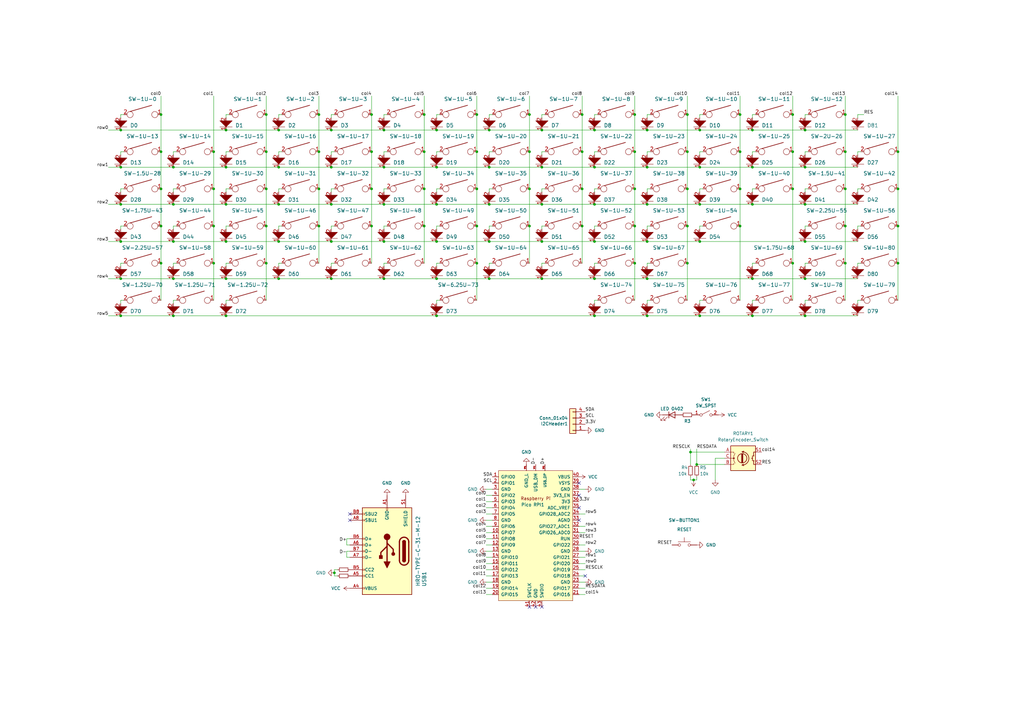
<source format=kicad_sch>
(kicad_sch (version 20211123) (generator eeschema)
  (paper "A3")
  (junction (at 109.22 46.99))
  (junction (at 173.99 92.71))
  (junction (at 92.71 114.3))
  (junction (at 260.35 107.95))
  (junction (at 87.63 107.95))
  (junction (at 243.84 99.06))
  (junction (at 114.3 83.82))
  (junction (at 71.12 68.58))
  (junction (at 137.16 234.95))
  (junction (at 71.12 83.82))
  (junction (at 109.22 77.47))
  (junction (at 281.94 77.47))
  (junction (at 303.53 46.99))
  (junction (at 222.25 53.34))
  (junction (at 179.07 129.54))
  (junction (at 200.66 53.34))
  (junction (at 260.35 62.23))
  (junction (at 222.25 99.06))
  (junction (at 217.17 62.23))
  (junction (at 368.3 77.47))
  (junction (at 222.25 68.58))
  (junction (at 265.43 129.54))
  (junction (at 195.58 107.95))
  (junction (at 283.21 185.42))
  (junction (at 285.75 190.5))
  (junction (at 330.2 83.82))
  (junction (at 222.25 83.82))
  (junction (at 330.2 53.34))
  (junction (at 265.43 99.06))
  (junction (at 66.04 77.47))
  (junction (at 287.02 83.82))
  (junction (at 368.3 107.95))
  (junction (at 325.12 62.23))
  (junction (at 71.12 99.06))
  (junction (at 308.61 83.82))
  (junction (at 222.25 114.3))
  (junction (at 135.89 68.58))
  (junction (at 195.58 46.99))
  (junction (at 243.84 68.58))
  (junction (at 325.12 77.47))
  (junction (at 346.71 107.95))
  (junction (at 152.4 92.71))
  (junction (at 238.76 92.71))
  (junction (at 92.71 99.06))
  (junction (at 179.07 53.34))
  (junction (at 157.48 83.82))
  (junction (at 157.48 53.34))
  (junction (at 287.02 68.58))
  (junction (at 325.12 107.95))
  (junction (at 330.2 114.3))
  (junction (at 281.94 107.95))
  (junction (at 179.07 114.3))
  (junction (at 346.71 46.99))
  (junction (at 368.3 62.23))
  (junction (at 135.89 53.34))
  (junction (at 265.43 68.58))
  (junction (at 303.53 62.23))
  (junction (at 157.48 68.58))
  (junction (at 238.76 77.47))
  (junction (at 330.2 99.06))
  (junction (at 92.71 68.58))
  (junction (at 287.02 53.34))
  (junction (at 66.04 62.23))
  (junction (at 130.81 77.47))
  (junction (at 308.61 114.3))
  (junction (at 260.35 92.71))
  (junction (at 284.48 196.85))
  (junction (at 66.04 107.95))
  (junction (at 157.48 114.3))
  (junction (at 49.53 114.3))
  (junction (at 325.12 46.99))
  (junction (at 200.66 68.58))
  (junction (at 346.71 62.23))
  (junction (at 303.53 92.71))
  (junction (at 260.35 46.99))
  (junction (at 308.61 129.54))
  (junction (at 217.17 92.71))
  (junction (at 281.94 46.99))
  (junction (at 217.17 46.99))
  (junction (at 179.07 99.06))
  (junction (at 71.12 114.3))
  (junction (at 92.71 53.34))
  (junction (at 308.61 53.34))
  (junction (at 260.35 77.47))
  (junction (at 243.84 53.34))
  (junction (at 195.58 92.71))
  (junction (at 152.4 77.47))
  (junction (at 217.17 77.47))
  (junction (at 346.71 92.71))
  (junction (at 195.58 77.47))
  (junction (at 179.07 83.82))
  (junction (at 114.3 99.06))
  (junction (at 281.94 62.23))
  (junction (at 49.53 68.58))
  (junction (at 66.04 46.99))
  (junction (at 152.4 62.23))
  (junction (at 238.76 46.99))
  (junction (at 287.02 129.54))
  (junction (at 195.58 62.23))
  (junction (at 130.81 62.23))
  (junction (at 243.84 114.3))
  (junction (at 92.71 129.54))
  (junction (at 135.89 83.82))
  (junction (at 330.2 129.54))
  (junction (at 66.04 92.71))
  (junction (at 109.22 62.23))
  (junction (at 114.3 53.34))
  (junction (at 114.3 68.58))
  (junction (at 308.61 68.58))
  (junction (at 109.22 107.95))
  (junction (at 173.99 62.23))
  (junction (at 130.81 46.99))
  (junction (at 87.63 62.23))
  (junction (at 87.63 92.71))
  (junction (at 71.12 129.54))
  (junction (at 238.76 62.23))
  (junction (at 200.66 114.3))
  (junction (at 179.07 68.58))
  (junction (at 265.43 83.82))
  (junction (at 157.48 99.06))
  (junction (at 265.43 114.3))
  (junction (at 135.89 99.06))
  (junction (at 135.89 114.3))
  (junction (at 200.66 99.06))
  (junction (at 287.02 99.06))
  (junction (at 368.3 92.71))
  (junction (at 49.53 129.54))
  (junction (at 265.43 53.34))
  (junction (at 243.84 129.54))
  (junction (at 130.81 92.71))
  (junction (at 92.71 83.82))
  (junction (at 49.53 83.82))
  (junction (at 281.94 92.71))
  (junction (at 173.99 46.99))
  (junction (at 114.3 114.3))
  (junction (at 200.66 83.82))
  (junction (at 87.63 77.47))
  (junction (at 49.53 99.06))
  (junction (at 49.53 53.34))
  (junction (at 330.2 68.58))
  (junction (at 109.22 92.71))
  (junction (at 152.4 46.99))
  (junction (at 303.53 77.47))
  (junction (at 346.71 77.47))
  (junction (at 173.99 77.47))
  (junction (at 243.84 83.82))
  (no_connect (at 240.03 236.22))
  (no_connect (at 237.49 208.28))
  (no_connect (at 237.49 213.36))
  (no_connect (at 222.25 248.92))
  (no_connect (at 217.17 248.92))
  (no_connect (at 219.71 248.92))
  (no_connect (at 237.49 203.2))
  (no_connect (at 237.49 198.12))
  (no_connect (at 143.51 210.82))
  (no_connect (at 143.51 213.36))
  (wire (pts (xy 330.2 114.3) (xy 351.79 114.3)))
  (wire (pts (xy 130.81 107.95) (xy 130.81 92.71)))
  (wire (pts (xy 217.17 62.23) (xy 217.17 46.99)))
  (wire (pts (xy 173.99 107.95) (xy 173.99 92.71)))
  (wire (pts (xy 115.57 62.23) (xy 114.3 62.23)))
  (wire (pts (xy 49.53 129.54) (xy 71.12 129.54)))
  (wire (pts (xy 72.39 92.71) (xy 71.12 92.71)))
  (wire (pts (xy 114.3 83.82) (xy 135.89 83.82)))
  (wire (pts (xy 260.35 92.71) (xy 260.35 77.47)))
  (wire (pts (xy 245.11 92.71) (xy 243.84 92.71)))
  (wire (pts (xy 330.2 93.98) (xy 330.2 92.71)))
  (wire (pts (xy 173.99 62.23) (xy 173.99 46.99)))
  (wire (pts (xy 199.39 233.68) (xy 201.93 233.68)))
  (wire (pts (xy 243.84 92.71) (xy 243.84 93.98)))
  (wire (pts (xy 266.7 46.99) (xy 265.43 46.99)))
  (wire (pts (xy 351.79 62.23) (xy 351.79 63.5)))
  (wire (pts (xy 245.11 77.47) (xy 243.84 77.47)))
  (wire (pts (xy 309.88 62.23) (xy 308.61 62.23)))
  (wire (pts (xy 137.16 62.23) (xy 135.89 62.23)))
  (wire (pts (xy 93.98 46.99) (xy 92.71 46.99)))
  (wire (pts (xy 157.48 68.58) (xy 179.07 68.58)))
  (wire (pts (xy 66.04 46.99) (xy 66.04 62.23)))
  (wire (pts (xy 265.43 62.23) (xy 265.43 63.5)))
  (wire (pts (xy 330.2 92.71) (xy 331.47 92.71)))
  (wire (pts (xy 217.17 77.47) (xy 217.17 62.23)))
  (wire (pts (xy 135.89 53.34) (xy 157.48 53.34)))
  (wire (pts (xy 265.43 124.46) (xy 265.43 123.19)))
  (wire (pts (xy 199.39 213.36) (xy 201.93 213.36)))
  (wire (pts (xy 180.34 46.99) (xy 179.07 46.99)))
  (wire (pts (xy 201.93 62.23) (xy 200.66 62.23)))
  (wire (pts (xy 195.58 62.23) (xy 195.58 46.99)))
  (wire (pts (xy 287.02 99.06) (xy 330.2 99.06)))
  (wire (pts (xy 92.71 68.58) (xy 114.3 68.58)))
  (wire (pts (xy 195.58 46.99) (xy 195.58 39.37)))
  (wire (pts (xy 283.21 195.58) (xy 283.21 196.85)))
  (wire (pts (xy 331.47 46.99) (xy 330.2 46.99)))
  (wire (pts (xy 115.57 107.95) (xy 114.3 107.95)))
  (wire (pts (xy 308.61 124.46) (xy 308.61 123.19)))
  (wire (pts (xy 92.71 46.99) (xy 92.71 48.26)))
  (wire (pts (xy 346.71 92.71) (xy 346.71 107.95)))
  (wire (pts (xy 265.43 77.47) (xy 265.43 78.74)))
  (wire (pts (xy 308.61 77.47) (xy 308.61 78.74)))
  (wire (pts (xy 330.2 53.34) (xy 351.79 53.34)))
  (wire (pts (xy 201.93 200.66) (xy 199.39 200.66)))
  (wire (pts (xy 243.84 83.82) (xy 265.43 83.82)))
  (wire (pts (xy 180.34 77.47) (xy 179.07 77.47)))
  (wire (pts (xy 238.76 46.99) (xy 238.76 39.37)))
  (wire (pts (xy 285.75 196.85) (xy 285.75 195.58)))
  (wire (pts (xy 287.02 123.19) (xy 288.29 123.19)))
  (wire (pts (xy 200.66 83.82) (xy 222.25 83.82)))
  (wire (pts (xy 179.07 123.19) (xy 179.07 124.46)))
  (wire (pts (xy 195.58 107.95) (xy 195.58 92.71)))
  (wire (pts (xy 114.3 77.47) (xy 114.3 78.74)))
  (wire (pts (xy 281.94 92.71) (xy 281.94 77.47)))
  (wire (pts (xy 265.43 123.19) (xy 266.7 123.19)))
  (wire (pts (xy 157.48 77.47) (xy 157.48 78.74)))
  (wire (pts (xy 158.75 107.95) (xy 157.48 107.95)))
  (wire (pts (xy 330.2 83.82) (xy 351.79 83.82)))
  (wire (pts (xy 266.7 92.71) (xy 265.43 92.71)))
  (wire (pts (xy 92.71 123.19) (xy 92.71 124.46)))
  (wire (pts (xy 303.53 92.71) (xy 303.53 123.19)))
  (wire (pts (xy 287.02 77.47) (xy 287.02 78.74)))
  (wire (pts (xy 135.89 62.23) (xy 135.89 63.5)))
  (wire (pts (xy 195.58 77.47) (xy 195.58 62.23)))
  (wire (pts (xy 87.63 62.23) (xy 87.63 77.47)))
  (wire (pts (xy 330.2 62.23) (xy 330.2 63.5)))
  (wire (pts (xy 44.45 83.82) (xy 49.53 83.82)))
  (wire (pts (xy 368.3 62.23) (xy 368.3 77.47)))
  (wire (pts (xy 199.39 210.82) (xy 201.93 210.82)))
  (wire (pts (xy 87.63 92.71) (xy 87.63 107.95)))
  (wire (pts (xy 283.21 196.85) (xy 284.48 196.85)))
  (wire (pts (xy 66.04 77.47) (xy 66.04 92.71)))
  (wire (pts (xy 293.37 196.85) (xy 293.37 187.96)))
  (wire (pts (xy 283.21 185.42) (xy 297.18 185.42)))
  (wire (pts (xy 330.2 46.99) (xy 330.2 48.26)))
  (wire (pts (xy 308.61 68.58) (xy 330.2 68.58)))
  (wire (pts (xy 325.12 107.95) (xy 325.12 123.19)))
  (wire (pts (xy 346.71 77.47) (xy 346.71 92.71)))
  (wire (pts (xy 368.3 92.71) (xy 368.3 107.95)))
  (wire (pts (xy 303.53 92.71) (xy 303.53 77.47)))
  (wire (pts (xy 92.71 99.06) (xy 114.3 99.06)))
  (wire (pts (xy 287.02 46.99) (xy 287.02 48.26)))
  (wire (pts (xy 50.8 77.47) (xy 49.53 77.47)))
  (wire (pts (xy 142.24 223.52) (xy 143.51 223.52)))
  (wire (pts (xy 114.3 107.95) (xy 114.3 109.22)))
  (wire (pts (xy 50.8 46.99) (xy 49.53 46.99)))
  (wire (pts (xy 157.48 114.3) (xy 179.07 114.3)))
  (wire (pts (xy 308.61 53.34) (xy 330.2 53.34)))
  (wire (pts (xy 351.79 109.22) (xy 351.79 107.95)))
  (wire (pts (xy 237.49 243.84) (xy 240.03 243.84)))
  (wire (pts (xy 201.93 208.28) (xy 199.39 208.28)))
  (wire (pts (xy 114.3 68.58) (xy 135.89 68.58)))
  (wire (pts (xy 308.61 46.99) (xy 308.61 48.26)))
  (wire (pts (xy 287.02 83.82) (xy 308.61 83.82)))
  (wire (pts (xy 158.75 77.47) (xy 157.48 77.47)))
  (wire (pts (xy 115.57 92.71) (xy 114.3 92.71)))
  (wire (pts (xy 353.06 62.23) (xy 351.79 62.23)))
  (wire (pts (xy 157.48 46.99) (xy 157.48 48.26)))
  (wire (pts (xy 346.71 46.99) (xy 346.71 62.23)))
  (wire (pts (xy 330.2 68.58) (xy 351.79 68.58)))
  (wire (pts (xy 287.02 92.71) (xy 287.02 93.98)))
  (wire (pts (xy 93.98 62.23) (xy 92.71 62.23)))
  (wire (pts (xy 114.3 92.71) (xy 114.3 93.98)))
  (wire (pts (xy 287.02 68.58) (xy 308.61 68.58)))
  (wire (pts (xy 368.3 77.47) (xy 368.3 92.71)))
  (wire (pts (xy 265.43 83.82) (xy 287.02 83.82)))
  (wire (pts (xy 49.53 46.99) (xy 49.53 48.26)))
  (wire (pts (xy 353.06 107.95) (xy 351.79 107.95)))
  (wire (pts (xy 114.3 99.06) (xy 135.89 99.06)))
  (wire (pts (xy 137.16 107.95) (xy 135.89 107.95)))
  (wire (pts (xy 87.63 77.47) (xy 87.63 92.71)))
  (wire (pts (xy 114.3 53.34) (xy 135.89 53.34)))
  (wire (pts (xy 49.53 68.58) (xy 71.12 68.58)))
  (wire (pts (xy 351.79 93.98) (xy 351.79 92.71)))
  (wire (pts (xy 201.93 220.98) (xy 199.39 220.98)))
  (wire (pts (xy 260.35 107.95) (xy 260.35 92.71)))
  (wire (pts (xy 243.84 123.19) (xy 243.84 124.46)))
  (wire (pts (xy 158.75 62.23) (xy 157.48 62.23)))
  (wire (pts (xy 237.49 223.52) (xy 240.03 223.52)))
  (wire (pts (xy 201.93 92.71) (xy 200.66 92.71)))
  (wire (pts (xy 158.75 92.71) (xy 157.48 92.71)))
  (wire (pts (xy 44.45 114.3) (xy 49.53 114.3)))
  (wire (pts (xy 179.07 53.34) (xy 200.66 53.34)))
  (wire (pts (xy 222.25 83.82) (xy 243.84 83.82)))
  (wire (pts (xy 200.66 68.58) (xy 222.25 68.58)))
  (wire (pts (xy 92.71 77.47) (xy 92.71 78.74)))
  (wire (pts (xy 200.66 107.95) (xy 200.66 109.22)))
  (wire (pts (xy 114.3 46.99) (xy 114.3 48.26)))
  (wire (pts (xy 243.84 46.99) (xy 243.84 48.26)))
  (wire (pts (xy 44.45 53.34) (xy 49.53 53.34)))
  (wire (pts (xy 142.24 226.06) (xy 143.51 226.06)))
  (wire (pts (xy 222.25 53.34) (xy 243.84 53.34)))
  (wire (pts (xy 303.53 77.47) (xy 303.53 62.23)))
  (wire (pts (xy 288.29 77.47) (xy 287.02 77.47)))
  (wire (pts (xy 179.07 129.54) (xy 243.84 129.54)))
  (wire (pts (xy 245.11 107.95) (xy 243.84 107.95)))
  (wire (pts (xy 135.89 92.71) (xy 135.89 93.98)))
  (wire (pts (xy 137.16 234.95) (xy 137.16 236.22)))
  (wire (pts (xy 135.89 46.99) (xy 135.89 48.26)))
  (wire (pts (xy 281.94 39.37) (xy 281.94 46.99)))
  (wire (pts (xy 265.43 107.95) (xy 265.43 109.22)))
  (wire (pts (xy 237.49 200.66) (xy 240.03 200.66)))
  (wire (pts (xy 308.61 62.23) (xy 308.61 63.5)))
  (wire (pts (xy 346.71 39.37) (xy 346.71 46.99)))
  (wire (pts (xy 265.43 129.54) (xy 287.02 129.54)))
  (wire (pts (xy 109.22 62.23) (xy 109.22 46.99)))
  (wire (pts (xy 87.63 107.95) (xy 87.63 123.19)))
  (wire (pts (xy 331.47 77.47) (xy 330.2 77.47)))
  (wire (pts (xy 130.81 77.47) (xy 130.81 62.23)))
  (wire (pts (xy 346.71 107.95) (xy 346.71 123.19)))
  (wire (pts (xy 238.76 92.71) (xy 238.76 77.47)))
  (wire (pts (xy 260.35 46.99) (xy 260.35 39.37)))
  (wire (pts (xy 245.11 46.99) (xy 243.84 46.99)))
  (wire (pts (xy 303.53 46.99) (xy 303.53 62.23)))
  (wire (pts (xy 152.4 92.71) (xy 152.4 77.47)))
  (wire (pts (xy 368.3 39.37) (xy 368.3 62.23)))
  (wire (pts (xy 200.66 99.06) (xy 222.25 99.06)))
  (wire (pts (xy 330.2 124.46) (xy 330.2 123.19)))
  (wire (pts (xy 346.71 77.47) (xy 346.71 62.23)))
  (wire (pts (xy 114.3 114.3) (xy 135.89 114.3)))
  (wire (pts (xy 266.7 77.47) (xy 265.43 77.47)))
  (wire (pts (xy 223.52 46.99) (xy 222.25 46.99)))
  (wire (pts (xy 152.4 46.99) (xy 152.4 39.37)))
  (wire (pts (xy 71.12 129.54) (xy 92.71 129.54)))
  (wire (pts (xy 237.49 238.76) (xy 240.03 238.76)))
  (wire (pts (xy 135.89 83.82) (xy 157.48 83.82)))
  (wire (pts (xy 223.52 62.23) (xy 222.25 62.23)))
  (wire (pts (xy 157.48 92.71) (xy 157.48 93.98)))
  (wire (pts (xy 109.22 92.71) (xy 109.22 77.47)))
  (wire (pts (xy 44.45 129.54) (xy 49.53 129.54)))
  (wire (pts (xy 49.53 92.71) (xy 49.53 93.98)))
  (wire (pts (xy 285.75 190.5) (xy 297.18 190.5)))
  (wire (pts (xy 50.8 107.95) (xy 49.53 107.95)))
  (wire (pts (xy 353.06 92.71) (xy 351.79 92.71)))
  (wire (pts (xy 309.88 77.47) (xy 308.61 77.47)))
  (wire (pts (xy 71.12 83.82) (xy 92.71 83.82)))
  (wire (pts (xy 288.29 46.99) (xy 287.02 46.99)))
  (wire (pts (xy 71.12 99.06) (xy 92.71 99.06)))
  (wire (pts (xy 287.02 53.34) (xy 308.61 53.34)))
  (wire (pts (xy 199.39 223.52) (xy 201.93 223.52)))
  (wire (pts (xy 243.84 68.58) (xy 265.43 68.58)))
  (wire (pts (xy 135.89 77.47) (xy 135.89 78.74)))
  (wire (pts (xy 199.39 231.14) (xy 201.93 231.14)))
  (wire (pts (xy 130.81 62.23) (xy 130.81 46.99)))
  (wire (pts (xy 351.79 123.19) (xy 353.06 123.19)))
  (wire (pts (xy 265.43 99.06) (xy 287.02 99.06)))
  (wire (pts (xy 114.3 62.23) (xy 114.3 63.5)))
  (wire (pts (xy 137.16 233.68) (xy 138.43 233.68)))
  (wire (pts (xy 243.84 114.3) (xy 265.43 114.3)))
  (wire (pts (xy 201.93 215.9) (xy 199.39 215.9)))
  (wire (pts (xy 71.12 77.47) (xy 71.12 78.74)))
  (wire (pts (xy 179.07 83.82) (xy 200.66 83.82)))
  (wire (pts (xy 137.16 234.95) (xy 137.16 233.68)))
  (wire (pts (xy 93.98 123.19) (xy 92.71 123.19)))
  (wire (pts (xy 351.79 46.99) (xy 354.33 46.99)))
  (wire (pts (xy 49.53 83.82) (xy 71.12 83.82)))
  (wire (pts (xy 284.48 196.85) (xy 285.75 196.85)))
  (wire (pts (xy 287.02 129.54) (xy 308.61 129.54)))
  (wire (pts (xy 309.88 46.99) (xy 308.61 46.99)))
  (wire (pts (xy 66.04 107.95) (xy 66.04 123.19)))
  (wire (pts (xy 201.93 203.2) (xy 199.39 203.2)))
  (wire (pts (xy 142.24 220.98) (xy 142.24 223.52)))
  (wire (pts (xy 243.84 129.54) (xy 265.43 129.54)))
  (wire (pts (xy 87.63 39.37) (xy 87.63 62.23)))
  (wire (pts (xy 50.8 62.23) (xy 49.53 62.23)))
  (wire (pts (xy 130.81 46.99) (xy 130.81 39.37)))
  (wire (pts (xy 142.24 228.6) (xy 143.51 228.6)))
  (wire (pts (xy 44.45 68.58) (xy 49.53 68.58)))
  (wire (pts (xy 49.53 123.19) (xy 49.53 124.46)))
  (wire (pts (xy 92.71 107.95) (xy 92.71 109.22)))
  (wire (pts (xy 115.57 77.47) (xy 114.3 77.47)))
  (wire (pts (xy 265.43 68.58) (xy 287.02 68.58)))
  (wire (pts (xy 137.16 77.47) (xy 135.89 77.47)))
  (wire (pts (xy 325.12 39.37) (xy 325.12 46.99)))
  (wire (pts (xy 179.07 92.71) (xy 179.07 93.98)))
  (wire (pts (xy 173.99 92.71) (xy 173.99 77.47)))
  (wire (pts (xy 71.12 114.3) (xy 92.71 114.3)))
  (wire (pts (xy 222.25 92.71) (xy 222.25 93.98)))
  (wire (pts (xy 331.47 62.23) (xy 330.2 62.23)))
  (wire (pts (xy 245.11 123.19) (xy 243.84 123.19)))
  (wire (pts (xy 237.49 236.22) (xy 240.03 236.22)))
  (wire (pts (xy 223.52 107.95) (xy 222.25 107.95)))
  (wire (pts (xy 266.7 107.95) (xy 265.43 107.95)))
  (wire (pts (xy 330.2 107.95) (xy 331.47 107.95)))
  (wire (pts (xy 245.11 62.23) (xy 243.84 62.23)))
  (wire (pts (xy 240.03 241.3) (xy 237.49 241.3)))
  (wire (pts (xy 308.61 107.95) (xy 309.88 107.95)))
  (wire (pts (xy 283.21 190.5) (xy 283.21 185.42)))
  (wire (pts (xy 72.39 62.23) (xy 71.12 62.23)))
  (wire (pts (xy 49.53 77.47) (xy 49.53 78.74)))
  (wire (pts (xy 135.89 107.95) (xy 135.89 109.22)))
  (wire (pts (xy 93.98 92.71) (xy 92.71 92.71)))
  (wire (pts (xy 130.81 92.71) (xy 130.81 77.47)))
  (wire (pts (xy 92.71 53.34) (xy 114.3 53.34)))
  (wire (pts (xy 135.89 99.06) (xy 157.48 99.06)))
  (wire (pts (xy 240.03 218.44) (xy 237.49 218.44)))
  (wire (pts (xy 195.58 92.71) (xy 195.58 77.47)))
  (wire (pts (xy 260.35 107.95) (xy 260.35 123.19)))
  (wire (pts (xy 303.53 39.37) (xy 303.53 46.99)))
  (wire (pts (xy 281.94 46.99) (xy 281.94 62.23)))
  (wire (pts (xy 351.79 48.26) (xy 351.79 46.99)))
  (wire (pts (xy 237.49 228.6) (xy 240.03 228.6)))
  (wire (pts (xy 135.89 68.58) (xy 157.48 68.58)))
  (wire (pts (xy 72.39 107.95) (xy 71.12 107.95)))
  (wire (pts (xy 243.84 77.47) (xy 243.84 78.74)))
  (wire (pts (xy 157.48 62.23) (xy 157.48 63.5)))
  (wire (pts (xy 243.84 53.34) (xy 265.43 53.34)))
  (wire (pts (xy 109.22 123.19) (xy 109.22 107.95)))
  (wire (pts (xy 265.43 92.71) (xy 265.43 93.98)))
  (wire (pts (xy 325.12 77.47) (xy 325.12 107.95)))
  (wire (pts (xy 49.53 99.06) (xy 71.12 99.06)))
  (wire (pts (xy 137.16 236.22) (xy 138.43 236.22)))
  (wire (pts (xy 72.39 123.19) (xy 71.12 123.19)))
  (wire (pts (xy 201.93 46.99) (xy 200.66 46.99)))
  (wire (pts (xy 223.52 92.71) (xy 222.25 92.71)))
  (wire (pts (xy 368.3 107.95) (xy 368.3 123.19)))
  (wire (pts (xy 243.84 107.95) (xy 243.84 109.22)))
  (wire (pts (xy 217.17 92.71) (xy 217.17 77.47)))
  (wire (pts (xy 71.12 92.71) (xy 71.12 93.98)))
  (wire (pts (xy 49.53 114.3) (xy 71.12 114.3)))
  (wire (pts (xy 199.39 241.3) (xy 201.93 241.3)))
  (wire (pts (xy 71.12 68.58) (xy 92.71 68.58)))
  (wire (pts (xy 222.25 46.99) (xy 222.25 48.26)))
  (wire (pts (xy 142.24 220.98) (xy 143.51 220.98)))
  (wire (pts (xy 179.07 62.23) (xy 179.07 63.5)))
  (wire (pts (xy 66.04 39.37) (xy 66.04 46.99)))
  (wire (pts (xy 93.98 77.47) (xy 92.71 77.47)))
  (wire (pts (xy 115.57 46.99) (xy 114.3 46.99)))
  (wire (pts (xy 260.35 77.47) (xy 260.35 62.23)))
  (wire (pts (xy 222.25 107.95) (xy 222.25 109.22)))
  (wire (pts (xy 237.49 215.9) (xy 240.03 215.9)))
  (wire (pts (xy 281.94 107.95) (xy 281.94 92.71)))
  (wire (pts (xy 281.94 77.47) (xy 281.94 62.23)))
  (wire (pts (xy 201.93 236.22) (xy 199.39 236.22)))
  (wire (pts (xy 180.34 123.19) (xy 179.07 123.19)))
  (wire (pts (xy 49.53 62.23) (xy 49.53 63.5)))
  (wire (pts (xy 109.22 107.95) (xy 109.22 92.71)))
  (wire (pts (xy 200.66 62.23) (xy 200.66 63.5)))
  (wire (pts (xy 260.35 62.23) (xy 260.35 46.99)))
  (wire (pts (xy 71.12 107.95) (xy 71.12 109.22)))
  (wire (pts (xy 180.34 92.71) (xy 179.07 92.71)))
  (wire (pts (xy 308.61 83.82) (xy 330.2 83.82)))
  (wire (pts (xy 238.76 77.47) (xy 238.76 62.23)))
  (wire (pts (xy 199.39 226.06) (xy 201.93 226.06)))
  (wire (pts (xy 179.07 46.99) (xy 179.07 48.26)))
  (wire (pts (xy 92.71 114.3) (xy 114.3 114.3)))
  (wire (pts (xy 72.39 77.47) (xy 71.12 77.47)))
  (wire (pts (xy 92.71 83.82) (xy 114.3 83.82)))
  (wire (pts (xy 308.61 109.22) (xy 308.61 107.95)))
  (wire (pts (xy 237.49 233.68) (xy 240.03 233.68)))
  (wire (pts (xy 200.66 77.47) (xy 200.66 78.74)))
  (wire (pts (xy 200.66 92.71) (xy 200.66 93.98)))
  (wire (pts (xy 222.25 68.58) (xy 243.84 68.58)))
  (wire (pts (xy 330.2 109.22) (xy 330.2 107.95)))
  (wire (pts (xy 330.2 99.06) (xy 351.79 99.06)))
  (wire (pts (xy 137.16 46.99) (xy 135.89 46.99)))
  (wire (pts (xy 265.43 46.99) (xy 265.43 48.26)))
  (wire (pts (xy 142.24 226.06) (xy 142.24 228.6)))
  (wire (pts (xy 152.4 107.95) (xy 152.4 92.71)))
  (wire (pts (xy 199.39 238.76) (xy 201.93 238.76)))
  (wire (pts (xy 157.48 99.06) (xy 179.07 99.06)))
  (wire (pts (xy 281.94 107.95) (xy 281.94 123.19)))
  (wire (pts (xy 351.79 77.47) (xy 351.79 78.74)))
  (wire (pts (xy 92.71 92.71) (xy 92.71 93.98)))
  (wire (pts (xy 330.2 77.47) (xy 330.2 78.74)))
  (wire (pts (xy 217.17 107.95) (xy 217.17 92.71)))
  (wire (pts (xy 308.61 114.3) (xy 330.2 114.3)))
  (wire (pts (xy 201.93 243.84) (xy 199.39 243.84)))
  (wire (pts (xy 152.4 77.47) (xy 152.4 62.23)))
  (wire (pts (xy 199.39 228.6) (xy 201.93 228.6)))
  (wire (pts (xy 222.25 99.06) (xy 243.84 99.06)))
  (wire (pts (xy 157.48 53.34) (xy 179.07 53.34)))
  (wire (pts (xy 195.58 123.19) (xy 195.58 107.95)))
  (wire (pts (xy 137.16 92.71) (xy 135.89 92.71)))
  (wire (pts (xy 238.76 62.23) (xy 238.76 46.99)))
  (wire (pts (xy 50.8 92.71) (xy 49.53 92.71)))
  (wire (pts (xy 293.37 187.96) (xy 297.18 187.96)))
  (wire (pts (xy 266.7 62.23) (xy 265.43 62.23)))
  (wire (pts (xy 287.02 124.46) (xy 287.02 123.19)))
  (wire (pts (xy 287.02 62.23) (xy 287.02 63.5)))
  (wire (pts (xy 288.29 62.23) (xy 287.02 62.23)))
  (wire (pts (xy 237.49 210.82) (xy 240.03 210.82)))
  (wire (pts (xy 243.84 62.23) (xy 243.84 63.5)))
  (wire (pts (xy 179.07 77.47) (xy 179.07 78.74)))
  (wire (pts (xy 173.99 46.99) (xy 173.99 39.37)))
  (wire (pts (xy 222.25 77.47) (xy 222.25 78.74)))
  (wire (pts (xy 217.17 46.99) (xy 217.17 39.37)))
  (wire (pts (xy 179.07 107.95) (xy 179.07 109.22)))
  (wire (pts (xy 308.61 123.19) (xy 309.88 123.19)))
  (wire (pts (xy 200.66 114.3) (xy 222.25 114.3)))
  (wire (pts (xy 66.04 92.71) (xy 66.04 107.95)))
  (wire (pts (xy 199.39 218.44) (xy 201.93 218.44)))
  (wire (pts (xy 265.43 114.3) (xy 308.61 114.3)))
  (wire (pts (xy 71.12 62.23) (xy 71.12 63.5)))
  (wire (pts (xy 180.34 107.95) (xy 179.07 107.95)))
  (wire (pts (xy 152.4 62.23) (xy 152.4 46.99)))
  (wire (pts (xy 50.8 123.19) (xy 49.53 123.19)))
  (wire (pts (xy 240.03 231.14) (xy 237.49 231.14)))
  (wire (pts (xy 109.22 46.99) (xy 109.22 39.37)))
  (wire (pts (xy 288.29 92.71) (xy 287.02 92.71)))
  (wire (pts (xy 222.25 114.3) (xy 243.84 114.3)))
  (wire (pts (xy 135.89 114.3) (xy 157.48 114.3)))
  (wire (pts (xy 66.04 62.23) (xy 66.04 77.47)))
  (wire (pts (xy 200.66 53.34) (xy 222.25 53.34)))
  (wire (pts (xy 173.99 77.47) (xy 173.99 62.23)))
  (wire (pts (xy 179.07 99.06) (xy 200.66 99.06)))
  (wire (pts (xy 158.75 46.99) (xy 157.48 46.99)))
  (wire (pts (xy 157.48 107.95) (xy 157.48 109.22)))
  (wire (pts (xy 201.93 107.95) (xy 200.66 107.95)))
  (wire (pts (xy 93.98 107.95) (xy 92.71 107.95)))
  (wire (pts (xy 92.71 62.23) (xy 92.71 63.5)))
  (wire (pts (xy 283.21 184.15) (xy 283.21 185.42)))
  (wire (pts (xy 200.66 46.99) (xy 200.66 48.26)))
  (wire (pts (xy 223.52 77.47) (xy 222.25 77.47)))
  (wire (pts (xy 285.75 184.15) (xy 285.75 190.5)))
  (wire (pts (xy 265.43 53.34) (xy 287.02 53.34)))
  (wire (pts (xy 179.07 114.3) (xy 200.66 114.3)))
  (wire (pts (xy 44.45 99.06) (xy 49.53 99.06)))
  (wire (pts (xy 157.48 83.82) (xy 179.07 83.82)))
  (wire (pts (xy 351.79 124.46) (xy 351.79 123.19)))
  (wire (pts (xy 109.22 77.47) (xy 109.22 62.23)))
  (wire (pts (xy 243.84 99.06) (xy 265.43 99.06)))
  (wire (pts (xy 325.12 77.47) (xy 325.12 62.23)))
  (wire (pts (xy 180.34 62.23) (xy 179.07 62.23)))
  (wire (pts (xy 353.06 77.47) (xy 351.79 77.47)))
  (wire (pts (xy 330.2 129.54) (xy 351.79 129.54)))
  (wire (pts (xy 179.07 68.58) (xy 200.66 68.58)))
  (wire (pts (xy 330.2 123.19) (xy 331.47 123.19)))
  (wire (pts (xy 222.25 62.23) (xy 222.25 63.5)))
  (wire (pts (xy 92.71 129.54) (xy 179.07 129.54)))
  (wire (pts (xy 238.76 107.95) (xy 238.76 92.71)))
  (wire (pts (xy 199.39 205.74) (xy 201.93 205.74)))
  (wire (pts (xy 325.12 46.99) (xy 325.12 62.23)))
  (wire (pts (xy 308.61 129.54) (xy 330.2 129.54)))
  (wire (pts (xy 71.12 123.19) (xy 71.12 124.46)))
  (wire (pts (xy 49.53 107.95) (xy 49.53 109.22)))
  (wire (pts (xy 49.53 53.34) (xy 92.71 53.34)))
  (wire (pts (xy 201.93 77.47) (xy 200.66 77.47)))
  (wire (pts (xy 237.49 226.06) (xy 240.03 226.06)))
  (label "col13" (at 199.39 243.84 180))
  (label "RESCLK" (at 240.03 233.68 0))
  (label "col0" (at 199.39 203.2 180))
  (label "row1" (at 44.45 68.58 180))
  (label "SCL" (at 240.03 171.45 0))
  (label "col12" (at 199.39 241.3 180))
  (label "row5" (at 240.03 210.82 0))
  (label "col10" (at 281.94 39.37 180))
  (label "RESET" (at 237.49 220.98 0))
  (label "row4" (at 240.03 215.9 0))
  (label "col13" (at 346.71 39.37 180))
  (label "row2" (at 240.03 223.52 0))
  (label "SDA" (at 240.03 168.91 0))
  (label "col14" (at 368.3 39.37 180))
  (label "col5" (at 173.99 39.37 180))
  (label "RESET" (at 275.59 223.52 180))
  (label "col1" (at 87.63 39.37 180))
  (label "SDA" (at 201.93 195.58 180))
  (label "row2" (at 44.45 83.82 180))
  (label "RESDATA" (at 240.03 241.3 0))
  (label "col9" (at 260.35 39.37 180))
  (label "D-" (at 219.71 190.5 90))
  (label "D+" (at 223.52 190.5 90))
  (label "3.3V" (at 240.03 173.99 0))
  (label "col0" (at 66.04 39.37 180))
  (label "row1" (at 240.03 228.6 0))
  (label "RESCLK" (at 283.21 184.15 180))
  (label "col7" (at 199.39 223.52 180))
  (label "col6" (at 195.58 39.37 180))
  (label "row4" (at 44.45 114.3 180))
  (label "col12" (at 325.12 39.37 180))
  (label "3.3V" (at 237.49 205.74 0))
  (label "col2" (at 109.22 39.37 180))
  (label "row0" (at 240.03 231.14 0))
  (label "row3" (at 240.03 218.44 0))
  (label "row3" (at 44.45 99.06 180))
  (label "SCL" (at 201.93 198.12 180))
  (label "col4" (at 199.39 215.9 180))
  (label "col3" (at 130.81 39.37 180))
  (label "col11" (at 303.53 39.37 180))
  (label "col2" (at 199.39 208.28 180))
  (label "RES" (at 354.33 46.99 0))
  (label "RES" (at 312.42 190.5 0))
  (label "col14" (at 312.42 185.42 0))
  (label "D+" (at 142.24 222.25 180))
  (label "row0" (at 44.45 53.34 180))
  (label "col9" (at 199.39 231.14 180))
  (label "row5" (at 44.45 129.54 180))
  (label "col1" (at 199.39 205.74 180))
  (label "col4" (at 152.4 39.37 180))
  (label "col11" (at 199.39 236.22 180))
  (label "RESDATA" (at 285.75 184.15 0))
  (label "col14" (at 240.03 243.84 0))
  (label "col8" (at 199.39 228.6 180))
  (label "col6" (at 199.39 220.98 180))
  (label "col3" (at 199.39 210.82 180))
  (label "D-" (at 142.24 227.33 180))
  (label "col5" (at 199.39 218.44 180))
  (label "col10" (at 199.39 233.68 180))
  (label "col8" (at 238.76 39.37 180))
  (label "col7" (at 217.17 39.37 180))
  (symbol (lib_id "keyboard_parts:D") (at 92.71 97.79 180) (unit 1)
    (property "Reference" "D45" (at 96.52 97.155 0) (effects (font (size 1.524 1.524)) (justify right)))
    (property "Value" "D" (effects hide))
    (property "Footprint" "cftkb:D_DO-35_SOD27_P5.08mm_Horizontal" (effects hide))
  )
  (symbol (lib_id "keyboard_parts:KEYSW") (at 101.6 77.47 0) (unit 1)
    (property "Reference" "SW-1U-30" (at 101.6 71.12 0) (effects (font (size 1.524 1.524))))
    (property "Value" "KEYSW" (effects hide))
    (property "Footprint" "MX_Only:MXOnly-1U-NoLED" (effects hide))
  )
  (symbol (lib_id "keyboard_parts:D") (at 243.84 113.03 180) (unit 1)
    (property "Reference" "D66" (at 247.65 112.395 0) (effects (font (size 1.524 1.524)) (justify right)))
    (property "Value" "D" (effects hide))
    (property "Footprint" "cftkb:D_DO-35_SOD27_P5.08mm_Horizontal" (effects hide))
  )
  (symbol (lib_id "keyboard_parts:D") (at 114.3 113.03 180) (unit 1)
    (property "Reference" "D60" (at 118.11 112.395 0) (effects (font (size 1.524 1.524)) (justify right)))
    (property "Value" "D" (effects hide))
    (property "Footprint" "cftkb:D_DO-35_SOD27_P5.08mm_Horizontal" (effects hide))
  )
  (symbol (lib_id "keyboard_parts:D") (at 330.2 97.79 180) (unit 1)
    (property "Reference" "D55" (at 334.01 97.155 0) (effects (font (size 1.524 1.524)) (justify right)))
    (property "Value" "D" (effects hide))
    (property "Footprint" "cftkb:D_DO-35_SOD27_P5.08mm_Horizontal" (effects hide))
  )
  (symbol (lib_id "keyboard_parts:KEYSW") (at 123.19 46.99 0) (unit 1)
    (property "Reference" "SW-1U-2" (at 123.19 40.64 0) (effects (font (size 1.524 1.524))))
    (property "Value" "KEYSW" (effects hide))
    (property "Footprint" "MX_Only:MXOnly-1U-NoLED" (effects hide))
  )
  (symbol (lib_id "Device:RotaryEncoder_Switch") (at 304.8 187.96 0) (unit 1)
    (property "Reference" "ROTARY1" (at 304.8 177.8 0))
    (property "Value" "RotaryEncoder_Switch" (at 304.8 180.34 0))
    (property "Footprint" "Rotary_Encoder:RotaryEncoder_Alps_EC11E-Switch_Vertical_H20mm_CircularMountingHoles" (effects hide))
  )
  (symbol (lib_id "keyboard_parts:D") (at 265.43 67.31 180) (unit 1)
    (property "Reference" "D23" (at 269.24 66.675 0) (effects (font (size 1.524 1.524)) (justify right)))
    (property "Value" "D" (effects hide))
    (property "Footprint" "cftkb:D_DO-35_SOD27_P5.08mm_Horizontal" (effects hide))
  )
  (symbol (lib_id "keyboard_parts:KEYSW") (at 101.6 107.95 0) (unit 1)
    (property "Reference" "SW-1U-59" (at 101.6 101.6 0) (effects (font (size 1.524 1.524))))
    (property "Value" "KEYSW" (effects hide))
    (property "Footprint" "MX_Only:MXOnly-1U-NoLED" (effects hide))
  )
  (symbol (lib_id "keyboard_parts:KEYSW") (at 252.73 107.95 0) (unit 1)
    (property "Reference" "SW-1U-66" (at 252.73 101.6 0) (effects (font (size 1.524 1.524))))
    (property "Value" "KEYSW" (effects hide))
    (property "Footprint" "MX_Only:MXOnly-1U-NoLED" (effects hide))
  )
  (symbol (lib_id "keyboard_parts:KEYSW") (at 80.01 62.23 0) (unit 1)
    (property "Reference" "SW-1U-14" (at 80.01 55.88 0) (effects (font (size 1.524 1.524))))
    (property "Value" "KEYSW" (effects hide))
    (property "Footprint" "MX_Only:MXOnly-1U-NoLED" (effects hide))
  )
  (symbol (lib_id "keyboard_parts:KEYSW") (at 209.55 107.95 0) (unit 1)
    (property "Reference" "SW-1U-64" (at 209.55 101.6 0) (effects (font (size 1.524 1.524))))
    (property "Value" "KEYSW" (effects hide))
    (property "Footprint" "MX_Only:MXOnly-1U-NoLED" (effects hide))
  )
  (symbol (lib_id "keyboard_parts:KEYSW") (at 166.37 62.23 0) (unit 1)
    (property "Reference" "SW-1U-18" (at 166.37 55.88 0) (effects (font (size 1.524 1.524))))
    (property "Value" "KEYSW" (effects hide))
    (property "Footprint" "MX_Only:MXOnly-1U-NoLED" (effects hide))
  )
  (symbol (lib_id "keyboard_parts:KEYSW") (at 274.32 92.71 0) (unit 1)
    (property "Reference" "SW-1U-53" (at 274.32 86.36 0) (effects (font (size 1.524 1.524))))
    (property "Value" "KEYSW" (effects hide))
    (property "Footprint" "MX_Only:MXOnly-1U-NoLED" (effects hide))
  )
  (symbol (lib_id "keyboard_parts:KEYSW") (at 58.42 92.71 0) (unit 1)
    (property "Reference" "SW-1.75U-43" (at 58.42 86.36 0) (effects (font (size 1.524 1.524))))
    (property "Value" "KEYSW" (effects hide))
    (property "Footprint" "MX_Only:MXOnly-1.75U-NoLED" (effects hide))
  )
  (symbol (lib_id "keyboard_parts:D") (at 265.43 97.79 180) (unit 1)
    (property "Reference" "D53" (at 269.24 97.155 0) (effects (font (size 1.524 1.524)) (justify right)))
    (property "Value" "D" (effects hide))
    (property "Footprint" "cftkb:D_DO-35_SOD27_P5.08mm_Horizontal" (effects hide))
  )
  (symbol (lib_id "keyboard_parts:KEYSW") (at 295.91 46.99 0) (unit 1)
    (property "Reference" "SW-1U-10" (at 295.91 40.64 0) (effects (font (size 1.524 1.524))))
    (property "Value" "KEYSW" (effects hide))
    (property "Footprint" "MX_Only:MXOnly-1U-NoLED" (effects hide))
  )
  (symbol (lib_id "keyboard_parts:D") (at 243.84 128.27 180) (unit 1)
    (property "Reference" "D74" (at 247.65 127.635 0) (effects (font (size 1.524 1.524)) (justify right)))
    (property "Value" "D" (effects hide))
    (property "Footprint" "cftkb:D_DO-35_SOD27_P5.08mm_Horizontal" (effects hide))
  )
  (symbol (lib_id "keyboard_parts:D") (at 243.84 67.31 180) (unit 1)
    (property "Reference" "D22" (at 247.65 66.675 0) (effects (font (size 1.524 1.524)) (justify right)))
    (property "Value" "D" (effects hide))
    (property "Footprint" "cftkb:D_DO-35_SOD27_P5.08mm_Horizontal" (effects hide))
  )
  (symbol (lib_id "keyboard_parts:KEYSW") (at 144.78 107.95 0) (unit 1)
    (property "Reference" "SW-1U-61" (at 144.78 101.6 0) (effects (font (size 1.524 1.524))))
    (property "Value" "KEYSW" (effects hide))
    (property "Footprint" "MX_Only:MXOnly-1U-NoLED" (effects hide))
  )
  (symbol (lib_id "power:GND") (at 199.39 200.66 270) (unit 1)
    (property "Reference" "#PWR0110" (effects hide))
    (property "Value" "GND" (at 191.77 200.66 90) (effects (justify left)))
  )
  (symbol (lib_id "keyboard_parts:KEYSW") (at 360.68 77.47 0) (unit 1)
    (property "Reference" "SW-1U-42" (at 360.68 71.12 0) (effects (font (size 1.524 1.524))))
    (property "Value" "KEYSW" (effects hide))
    (property "Footprint" "MX_Only:MXOnly-1U-NoLED" (effects hide))
  )
  (symbol (lib_id "keyboard_parts:D") (at 351.79 97.79 180) (unit 1)
    (property "Reference" "D56" (at 355.6 97.155 0) (effects (font (size 1.524 1.524)) (justify right)))
    (property "Value" "D" (effects hide))
    (property "Footprint" "cftkb:D_DO-35_SOD27_P5.08mm_Horizontal" (effects hide))
  )
  (symbol (lib_id "keyboard_parts:D") (at 135.89 82.55 180) (unit 1)
    (property "Reference" "D32" (at 139.7 81.915 0) (effects (font (size 1.524 1.524)) (justify right)))
    (property "Value" "D" (effects hide))
    (property "Footprint" "cftkb:D_DO-35_SOD27_P5.08mm_Horizontal" (effects hide))
  )
  (symbol (lib_id "keyboard_parts:D") (at 308.61 82.55 180) (unit 1)
    (property "Reference" "D40" (at 312.42 81.915 0) (effects (font (size 1.524 1.524)) (justify right)))
    (property "Value" "D" (effects hide))
    (property "Footprint" "cftkb:D_DO-35_SOD27_P5.08mm_Horizontal" (effects hide))
  )
  (symbol (lib_id "keyboard_parts:D") (at 49.53 113.03 180) (unit 1)
    (property "Reference" "D57" (at 53.34 112.395 0) (effects (font (size 1.524 1.524)) (justify right)))
    (property "Value" "D" (effects hide))
    (property "Footprint" "cftkb:D_DO-35_SOD27_P5.08mm_Horizontal" (effects hide))
  )
  (symbol (lib_id "Device:R_Small") (at 281.94 170.18 270) (unit 1)
    (property "Reference" "R3" (at 281.94 172.72 90))
    (property "Value" "47K Resistor 0402" (effects hide))
    (property "Footprint" "Resistor_THT:R_Axial_DIN0204_L3.6mm_D1.6mm_P7.62mm_Horizontal" (effects hide))
    (property "LCSC" "C17513" (effects hide))
  )
  (symbol (lib_id "keyboard_parts:D") (at 71.12 128.27 180) (unit 1)
    (property "Reference" "D71" (at 74.93 127.635 0) (effects (font (size 1.524 1.524)) (justify right)))
    (property "Value" "D" (effects hide))
    (property "Footprint" "cftkb:D_DO-35_SOD27_P5.08mm_Horizontal" (effects hide))
  )
  (symbol (lib_id "keyboard_parts:D") (at 243.84 82.55 180) (unit 1)
    (property "Reference" "D37" (at 247.65 81.915 0) (effects (font (size 1.524 1.524)) (justify right)))
    (property "Value" "D" (effects hide))
    (property "Footprint" "cftkb:D_DO-35_SOD27_P5.08mm_Horizontal" (effects hide))
  )
  (symbol (lib_id "keyboard_parts:D") (at 92.71 128.27 180) (unit 1)
    (property "Reference" "D72" (at 96.52 127.635 0) (effects (font (size 1.524 1.524)) (justify right)))
    (property "Value" "D" (effects hide))
    (property "Footprint" "cftkb:D_DO-35_SOD27_P5.08mm_Horizontal" (effects hide))
  )
  (symbol (lib_id "keyboard_parts:KEYSW") (at 252.73 123.19 0) (unit 1)
    (property "Reference" "SW-1U-74" (at 252.73 116.84 0) (effects (font (size 1.524 1.524))))
    (property "Value" "KEYSW" (effects hide))
    (property "Footprint" "MX_Only:MXOnly-1U-NoLED" (effects hide))
  )
  (symbol (lib_id "Switch:SW_Push") (at 280.67 223.52 0) (unit 1)
    (property "Reference" "SW-BUTTON1" (at 280.67 213.36 0))
    (property "Value" "RESET" (at 280.67 217.17 0))
    (property "Footprint" "eec:Omron-B3F-3122-MFG" (effects hide))
  )
  (symbol (lib_id "keyboard_parts:D") (at 49.53 128.27 180) (unit 1)
    (property "Reference" "D70" (at 53.34 127.635 0) (effects (font (size 1.524 1.524)) (justify right)))
    (property "Value" "D" (effects hide))
    (property "Footprint" "cftkb:D_DO-35_SOD27_P5.08mm_Horizontal" (effects hide))
  )
  (symbol (lib_id "keyboard_parts:KEYSW") (at 58.42 46.99 0) (unit 1)
    (property "Reference" "SW-1U-0" (at 58.42 40.64 0) (effects (font (size 1.524 1.524))))
    (property "Value" "KEYSW" (effects hide))
    (property "Footprint" "MX_Only:MXOnly-1U-NoLED" (effects hide))
  )
  (symbol (lib_id "keyboard_parts:KEYSW") (at 317.5 62.23 0) (unit 1)
    (property "Reference" "SW-1U-25" (at 317.5 55.88 0) (effects (font (size 1.524 1.524))))
    (property "Value" "KEYSW" (effects hide))
    (property "Footprint" "MX_Only:MXOnly-1U-NoLED" (effects hide))
  )
  (symbol (lib_id "keyboard_parts:D") (at 49.53 67.31 180) (unit 1)
    (property "Reference" "D13" (at 53.34 66.675 0) (effects (font (size 1.524 1.524)) (justify right)))
    (property "Value" "D" (effects hide))
    (property "Footprint" "cftkb:D_DO-35_SOD27_P5.08mm_Horizontal" (effects hide))
  )
  (symbol (lib_id "power:VCC") (at 237.49 195.58 270) (unit 1)
    (property "Reference" "#PWR0118" (effects hide))
    (property "Value" "VCC" (at 241.3 195.5799 90) (effects (justify left)))
  )
  (symbol (lib_id "keyboard_parts:KEYSW") (at 58.42 123.19 0) (unit 1)
    (property "Reference" "SW-1.25U-70" (at 58.42 116.84 0) (effects (font (size 1.524 1.524))))
    (property "Value" "KEYSW" (effects hide))
    (property "Footprint" "MX_Only:MXOnly-1.25U-NoLED" (effects hide))
  )
  (symbol (lib_id "keyboard_parts:KEYSW") (at 231.14 77.47 0) (unit 1)
    (property "Reference" "SW-1U-36" (at 231.14 71.12 0) (effects (font (size 1.524 1.524))))
    (property "Value" "KEYSW" (effects hide))
    (property "Footprint" "MX_Only:MXOnly-1U-NoLED" (effects hide))
  )
  (symbol (lib_id "keyboard_parts:KEYSW") (at 123.19 107.95 0) (unit 1)
    (property "Reference" "SW-1U-60" (at 123.19 101.6 0) (effects (font (size 1.524 1.524))))
    (property "Value" "KEYSW" (effects hide))
    (property "Footprint" "MX_Only:MXOnly-1U-NoLED" (effects hide))
  )
  (symbol (lib_id "keyboard_parts:KEYSW") (at 166.37 77.47 0) (unit 1)
    (property "Reference" "SW-1U-33" (at 166.37 71.12 0) (effects (font (size 1.524 1.524))))
    (property "Value" "KEYSW" (effects hide))
    (property "Footprint" "MX_Only:MXOnly-1U-NoLED" (effects hide))
  )
  (symbol (lib_id "keyboard_parts:D") (at 265.43 82.55 180) (unit 1)
    (property "Reference" "D38" (at 269.24 81.915 0) (effects (font (size 1.524 1.524)) (justify right)))
    (property "Value" "D" (effects hide))
    (property "Footprint" "cftkb:D_DO-35_SOD27_P5.08mm_Horizontal" (effects hide))
  )
  (symbol (lib_id "keyboard_parts:KEYSW") (at 274.32 62.23 0) (unit 1)
    (property "Reference" "SW-1U-23" (at 274.32 55.88 0) (effects (font (size 1.524 1.524))))
    (property "Value" "KEYSW" (effects hide))
    (property "Footprint" "MX_Only:MXOnly-1U-NoLED" (effects hide))
  )
  (symbol (lib_id "keyboard_parts:D") (at 222.25 82.55 180) (unit 1)
    (property "Reference" "D36" (at 226.06 81.915 0) (effects (font (size 1.524 1.524)) (justify right)))
    (property "Value" "D" (effects hide))
    (property "Footprint" "cftkb:D_DO-35_SOD27_P5.08mm_Horizontal" (effects hide))
  )
  (symbol (lib_id "power:GND") (at 271.78 170.18 270) (unit 1)
    (property "Reference" "#PWR0105" (effects hide))
    (property "Value" "GND" (at 264.16 170.18 90) (effects (justify left)))
  )
  (symbol (lib_id "keyboard_parts:KEYSW") (at 295.91 123.19 0) (unit 1)
    (property "Reference" "SW-1U-76" (at 295.91 116.84 0) (effects (font (size 1.524 1.524))))
    (property "Value" "KEYSW" (effects hide))
    (property "Footprint" "MX_Only:MXOnly-1U-NoLED" (effects hide))
  )
  (symbol (lib_id "keyboard_parts:KEYSW") (at 209.55 46.99 0) (unit 1)
    (property "Reference" "SW-1U-6" (at 209.55 40.64 0) (effects (font (size 1.524 1.524))))
    (property "Value" "KEYSW" (effects hide))
    (property "Footprint" "MX_Only:MXOnly-1U-NoLED" (effects hide))
  )
  (symbol (lib_id "keyboard_parts:D") (at 114.3 82.55 180) (unit 1)
    (property "Reference" "D31" (at 118.11 81.915 0) (effects (font (size 1.524 1.524)) (justify right)))
    (property "Value" "D" (effects hide))
    (property "Footprint" "cftkb:D_DO-35_SOD27_P5.08mm_Horizontal" (effects hide))
  )
  (symbol (lib_id "Device:LED") (at 275.59 170.18 0) (unit 1)
    (property "Reference" "PowerLED1" (effects hide))
    (property "Value" "LED 0402" (at 275.59 167.64 0))
    (property "Footprint" "LED_THT:LED_D5.0mm" (effects hide))
  )
  (symbol (lib_id "power:GND") (at 240.03 226.06 90) (unit 1)
    (property "Reference" "#PWR0108" (effects hide))
    (property "Value" "GND" (at 243.84 226.0599 90) (effects (justify right)))
  )
  (symbol (lib_id "keyboard_parts:KEYSW") (at 101.6 46.99 0) (unit 1)
    (property "Reference" "SW-1U-1" (at 101.6 40.64 0) (effects (font (size 1.524 1.524))))
    (property "Value" "KEYSW" (effects hide))
    (property "Footprint" "MX_Only:MXOnly-1U-NoLED" (effects hide))
  )
  (symbol (lib_id "keyboard_parts:D") (at 330.2 113.03 180) (unit 1)
    (property "Reference" "D69" (at 334.01 112.395 0) (effects (font (size 1.524 1.524)) (justify right)))
    (property "Value" "D" (effects hide))
    (property "Footprint" "cftkb:D_DO-35_SOD27_P5.08mm_Horizontal" (effects hide))
  )
  (symbol (lib_id "keyboard_parts:KEYSW") (at 187.96 46.99 0) (unit 1)
    (property "Reference" "SW-1U-5" (at 187.96 40.64 0) (effects (font (size 1.524 1.524))))
    (property "Value" "KEYSW" (effects hide))
    (property "Footprint" "MX_Only:MXOnly-1U-NoLED" (effects hide))
  )
  (symbol (lib_id "keyboard_parts:KEYSW") (at 317.5 123.19 0) (unit 1)
    (property "Reference" "SW-1U-77" (at 317.5 116.84 0) (effects (font (size 1.524 1.524))))
    (property "Value" "KEYSW" (effects hide))
    (property "Footprint" "MX_Only:MXOnly-1U-NoLED" (effects hide))
  )
  (symbol (lib_id "keyboard_parts:D") (at 351.79 52.07 180) (unit 1)
    (property "Reference" "D81" (at 355.6 51.435 0) (effects (font (size 1.524 1.524)) (justify right)))
    (property "Value" "D" (effects hide))
    (property "Footprint" "cftkb:D_DO-35_SOD27_P5.08mm_Horizontal" (effects hide))
  )
  (symbol (lib_id "keyboard_parts:KEYSW") (at 144.78 46.99 0) (unit 1)
    (property "Reference" "SW-1U-3" (at 144.78 40.64 0) (effects (font (size 1.524 1.524))))
    (property "Value" "KEYSW" (effects hide))
    (property "Footprint" "MX_Only:MXOnly-1U-NoLED" (effects hide))
  )
  (symbol (lib_id "keyboard_parts:KEYSW") (at 252.73 46.99 0) (unit 1)
    (property "Reference" "SW-1U-8" (at 252.73 40.64 0) (effects (font (size 1.524 1.524))))
    (property "Value" "KEYSW" (effects hide))
    (property "Footprint" "MX_Only:MXOnly-1U-NoLED" (effects hide))
  )
  (symbol (lib_id "keyboard_parts:KEYSW") (at 101.6 92.71 0) (unit 1)
    (property "Reference" "SW-1U-45" (at 101.6 86.36 0) (effects (font (size 1.524 1.524))))
    (property "Value" "KEYSW" (effects hide))
    (property "Footprint" "MX_Only:MXOnly-1U-NoLED" (effects hide))
  )
  (symbol (lib_id "keyboard_parts:KEYSW") (at 80.01 123.19 0) (unit 1)
    (property "Reference" "SW-1.25U-71" (at 80.01 116.84 0) (effects (font (size 1.524 1.524))))
    (property "Value" "KEYSW" (effects hide))
    (property "Footprint" "MX_Only:MXOnly-1.25U-NoLED" (effects hide))
  )
  (symbol (lib_id "keyboard_parts:D") (at 157.48 113.03 180) (unit 1)
    (property "Reference" "D62" (at 161.29 112.395 0) (effects (font (size 1.524 1.524)) (justify right)))
    (property "Value" "D" (effects hide))
    (property "Footprint" "cftkb:D_DO-35_SOD27_P5.08mm_Horizontal" (effects hide))
  )
  (symbol (lib_id "keyboard_parts:KEYSW") (at 144.78 92.71 0) (unit 1)
    (property "Reference" "SW-1U-47" (at 144.78 86.36 0) (effects (font (size 1.524 1.524))))
    (property "Value" "KEYSW" (effects hide))
    (property "Footprint" "MX_Only:MXOnly-1U-NoLED" (effects hide))
  )
  (symbol (lib_id "keyboard_parts:D") (at 200.66 67.31 180) (unit 1)
    (property "Reference" "D20" (at 204.47 66.675 0) (effects (font (size 1.524 1.524)) (justify right)))
    (property "Value" "D" (effects hide))
    (property "Footprint" "cftkb:D_DO-35_SOD27_P5.08mm_Horizontal" (effects hide))
  )
  (symbol (lib_id "keyboard_parts:KEYSW") (at 360.68 107.95 0) (unit 1)
    (property "Reference" "SW-1U-80" (at 360.68 101.6 0) (effects (font (size 1.524 1.524))))
    (property "Value" "KEYSW" (effects hide))
    (property "Footprint" "MX_Only:MXOnly-1U-NoLED" (effects hide))
  )
  (symbol (lib_id "keyboard_parts:D") (at 114.3 97.79 180) (unit 1)
    (property "Reference" "D46" (at 118.11 97.155 0) (effects (font (size 1.524 1.524)) (justify right)))
    (property "Value" "D" (effects hide))
    (property "Footprint" "cftkb:D_DO-35_SOD27_P5.08mm_Horizontal" (effects hide))
  )
  (symbol (lib_id "power:GND") (at 240.03 238.76 90) (unit 1)
    (property "Reference" "#PWR0106" (effects hide))
    (property "Value" "GND" (at 243.84 238.7599 90) (effects (justify right)))
  )
  (symbol (lib_id "keyboard_parts:D") (at 287.02 97.79 180) (unit 1)
    (property "Reference" "D54" (at 290.83 97.155 0) (effects (font (size 1.524 1.524)) (justify right)))
    (property "Value" "D" (effects hide))
    (property "Footprint" "cftkb:D_DO-35_SOD27_P5.08mm_Horizontal" (effects hide))
  )
  (symbol (lib_id "keyboard_parts:KEYSW") (at 231.14 92.71 0) (unit 1)
    (property "Reference" "SW-1U-51" (at 231.14 86.36 0) (effects (font (size 1.524 1.524))))
    (property "Value" "KEYSW" (effects hide))
    (property "Footprint" "MX_Only:MXOnly-1U-NoLED" (effects hide))
  )
  (symbol (lib_id "keyboard_parts:D") (at 179.07 82.55 180) (unit 1)
    (property "Reference" "D34" (at 182.88 81.915 0) (effects (font (size 1.524 1.524)) (justify right)))
    (property "Value" "D" (effects hide))
    (property "Footprint" "cftkb:D_DO-35_SOD27_P5.08mm_Horizontal" (effects hide))
  )
  (symbol (lib_id "Device:R_Small") (at 283.21 193.04 0) (unit 1)
    (property "Reference" "R4" (at 279.4 191.77 0) (effects (justify left)))
    (property "Value" "10k" (at 278.13 194.31 0) (effects (justify left)))
    (property "Footprint" "Resistor_THT:R_Axial_DIN0204_L3.6mm_D1.6mm_P7.62mm_Horizontal" (effects hide))
  )
  (symbol (lib_id "keyboard_parts:D") (at 114.3 52.07 180) (unit 1)
    (property "Reference" "D2" (at 118.11 51.435 0) (effects (font (size 1.524 1.524)) (justify right)))
    (property "Value" "D" (effects hide))
    (property "Footprint" "cftkb:D_DO-35_SOD27_P5.08mm_Horizontal" (effects hide))
  )
  (symbol (lib_id "keyboard_parts:KEYSW") (at 187.96 62.23 0) (unit 1)
    (property "Reference" "SW-1U-19" (at 187.96 55.88 0) (effects (font (size 1.524 1.524))))
    (property "Value" "KEYSW" (effects hide))
    (property "Footprint" "MX_Only:MXOnly-1U-NoLED" (effects hide))
  )
  (symbol (lib_id "keyboard_parts:D") (at 92.71 82.55 180) (unit 1)
    (property "Reference" "D30" (at 96.52 81.915 0) (effects (font (size 1.524 1.524)) (justify right)))
    (property "Value" "D" (effects hide))
    (property "Footprint" "cftkb:D_DO-35_SOD27_P5.08mm_Horizontal" (effects hide))
  )
  (symbol (lib_id "keyboard_parts:D") (at 351.79 113.03 180) (unit 1)
    (property "Reference" "D80" (at 355.6 112.395 0) (effects (font (size 1.524 1.524)) (justify right)))
    (property "Value" "D" (effects hide))
    (property "Footprint" "cftkb:D_DO-35_SOD27_P5.08mm_Horizontal" (effects hide))
  )
  (symbol (lib_id "keyboard_parts:D") (at 179.07 97.79 180) (unit 1)
    (property "Reference" "D49" (at 182.88 97.155 0) (effects (font (size 1.524 1.524)) (justify right)))
    (property "Value" "D" (effects hide))
    (property "Footprint" "cftkb:D_DO-35_SOD27_P5.08mm_Horizontal" (effects hide))
  )
  (symbol (lib_id "power:GND") (at 240.03 200.66 90) (unit 1)
    (property "Reference" "#PWR0104" (effects hide))
    (property "Value" "GND" (at 243.84 200.6599 90) (effects (justify right)))
  )
  (symbol (lib_id "keyboard_parts:KEYSW") (at 187.96 77.47 0) (unit 1)
    (property "Reference" "SW-1U-34" (at 187.96 71.12 0) (effects (font (size 1.524 1.524))))
    (property "Value" "KEYSW" (effects hide))
    (property "Footprint" "MX_Only:MXOnly-1U-NoLED" (effects hide))
  )
  (symbol (lib_id "keyboard_parts:D") (at 287.02 82.55 180) (unit 1)
    (property "Reference" "D39" (at 290.83 81.915 0) (effects (font (size 1.524 1.524)) (justify right)))
    (property "Value" "D" (effects hide))
    (property "Footprint" "cftkb:D_DO-35_SOD27_P5.08mm_Horizontal" (effects hide))
  )
  (symbol (lib_id "keyboard_parts:D") (at 308.61 128.27 180) (unit 1)
    (property "Reference" "D77" (at 312.42 127.635 0) (effects (font (size 1.524 1.524)) (justify right)))
    (property "Value" "D" (effects hide))
    (property "Footprint" "cftkb:D_DO-35_SOD27_P5.08mm_Horizontal" (effects hide))
  )
  (symbol (lib_id "keyboard_parts:D") (at 308.61 52.07 180) (unit 1)
    (property "Reference" "D11" (at 312.42 51.435 0) (effects (font (size 1.524 1.524)) (justify right)))
    (property "Value" "D" (effects hide))
    (property "Footprint" "cftkb:D_DO-35_SOD27_P5.08mm_Horizontal" (effects hide))
  )
  (symbol (lib_id "power:GND") (at 199.39 213.36 270) (unit 1)
    (property "Reference" "#PWR0109" (effects hide))
    (property "Value" "GND" (at 191.77 213.36 90) (effects (justify left)))
  )
  (symbol (lib_id "keyboard_parts:D") (at 114.3 67.31 180) (unit 1)
    (property "Reference" "D16" (at 118.11 66.675 0) (effects (font (size 1.524 1.524)) (justify right)))
    (property "Value" "D" (effects hide))
    (property "Footprint" "cftkb:D_DO-35_SOD27_P5.08mm_Horizontal" (effects hide))
  )
  (symbol (lib_id "keyboard_parts:D") (at 330.2 67.31 180) (unit 1)
    (property "Reference" "D26" (at 334.01 66.675 0) (effects (font (size 1.524 1.524)) (justify right)))
    (property "Value" "D" (effects hide))
    (property "Footprint" "cftkb:D_DO-35_SOD27_P5.08mm_Horizontal" (effects hide))
  )
  (symbol (lib_id "keyboard_parts:KEYSW") (at 252.73 62.23 0) (unit 1)
    (property "Reference" "SW-1U-22" (at 252.73 55.88 0) (effects (font (size 1.524 1.524))))
    (property "Value" "KEYSW" (effects hide))
    (property "Footprint" "MX_Only:MXOnly-1U-NoLED" (effects hide))
  )
  (symbol (lib_id "power:VCC") (at 294.64 170.18 270) (unit 1)
    (property "Reference" "#PWR0117" (effects hide))
    (property "Value" "VCC" (at 298.45 170.1799 90) (effects (justify left)))
  )
  (symbol (lib_id "keyboard_parts:KEYSW") (at 339.09 107.95 0) (unit 1)
    (property "Reference" "SW-1U-69" (at 339.09 101.6 0) (effects (font (size 1.524 1.524))))
    (property "Value" "KEYSW" (effects hide))
    (property "Footprint" "MX_Only:MXOnly-1U-NoLED" (effects hide))
  )
  (symbol (lib_id "keyboard_parts:KEYSW") (at 166.37 46.99 0) (unit 1)
    (property "Reference" "SW-1U-4" (at 166.37 40.64 0) (effects (font (size 1.524 1.524))))
    (property "Value" "KEYSW" (effects hide))
    (property "Footprint" "MX_Only:MXOnly-1U-NoLED" (effects hide))
  )
  (symbol (lib_id "keyboard_parts:D") (at 179.07 52.07 180) (unit 1)
    (property "Reference" "D5" (at 182.88 51.435 0) (effects (font (size 1.524 1.524)) (justify right)))
    (property "Value" "D" (effects hide))
    (property "Footprint" "cftkb:D_DO-35_SOD27_P5.08mm_Horizontal" (effects hide))
  )
  (symbol (lib_id "keyboard_parts:KEYSW") (at 123.19 77.47 0) (unit 1)
    (property "Reference" "SW-1U-31" (at 123.19 71.12 0) (effects (font (size 1.524 1.524))))
    (property "Value" "KEYSW" (effects hide))
    (property "Footprint" "MX_Only:MXOnly-1U-NoLED" (effects hide))
  )
  (symbol (lib_id "keyboard_parts:KEYSW") (at 187.96 123.19 0) (unit 1)
    (property "Reference" "SW-6.25U-73" (at 187.96 116.84 0) (effects (font (size 1.524 1.524))))
    (property "Value" "KEYSW" (effects hide))
    (property "Footprint" "MX_Only:MXOnly-6.25U-NoLED" (effects hide))
  )
  (symbol (lib_id "keyboard_parts:D") (at 351.79 67.31 180) (unit 1)
    (property "Reference" "D27" (at 355.6 66.675 0) (effects (font (size 1.524 1.524)) (justify right)))
    (property "Value" "D" (effects hide))
    (property "Footprint" "cftkb:D_DO-35_SOD27_P5.08mm_Horizontal" (effects hide))
  )
  (symbol (lib_id "keyboard_parts:D") (at 351.79 128.27 180) (unit 1)
    (property "Reference" "D79" (at 355.6 127.635 0) (effects (font (size 1.524 1.524)) (justify right)))
    (property "Value" "D" (effects hide))
    (property "Footprint" "cftkb:D_DO-35_SOD27_P5.08mm_Horizontal" (effects hide))
  )
  (symbol (lib_id "keyboard_parts:D") (at 92.71 52.07 180) (unit 1)
    (property "Reference" "D1" (at 96.52 51.435 0) (effects (font (size 1.524 1.524)) (justify right)))
    (property "Value" "D" (effects hide))
    (property "Footprint" "cftkb:D_DO-35_SOD27_P5.08mm_Horizontal" (effects hide))
  )
  (symbol (lib_id "power:GND") (at 166.37 203.2 180) (unit 1)
    (property "Reference" "#PWR0114" (effects hide))
    (property "Value" "GND" (at 166.37 198.12 0))
  )
  (symbol (lib_id "keyboard_parts:D") (at 157.48 67.31 180) (unit 1)
    (property "Reference" "D18" (at 161.29 66.675 0) (effects (font (size 1.524 1.524)) (justify right)))
    (property "Value" "D" (effects hide))
    (property "Footprint" "cftkb:D_DO-35_SOD27_P5.08mm_Horizontal" (effects hide))
  )
  (symbol (lib_id "keyboard_parts:KEYSW") (at 231.14 62.23 0) (unit 1)
    (property "Reference" "SW-1U-21" (at 231.14 55.88 0) (effects (font (size 1.524 1.524))))
    (property "Value" "KEYSW" (effects hide))
    (property "Footprint" "MX_Only:MXOnly-1U-NoLED" (effects hide))
  )
  (symbol (lib_id "keyboard_parts:KEYSW") (at 166.37 107.95 0) (unit 1)
    (property "Reference" "SW-1U-62" (at 166.37 101.6 0) (effects (font (size 1.524 1.524))))
    (property "Value" "KEYSW" (effects hide))
    (property "Footprint" "MX_Only:MXOnly-1U-NoLED" (effects hide))
  )
  (symbol (lib_id "Device:R_Small") (at 140.97 233.68 270) (unit 1)
    (property "Reference" "R2" (effects hide))
    (property "Value" "5.1k" (effects hide))
    (property "Footprint" "Resistor_THT:R_Axial_DIN0204_L3.6mm_D1.6mm_P7.62mm_Horizontal" (effects hide))
    (property "LCSC" "C25905" (effects hide))
  )
  (symbol (lib_id "keyboard_parts:KEYSW") (at 295.91 62.23 0) (unit 1)
    (property "Reference" "SW-1U-24" (at 295.91 55.88 0) (effects (font (size 1.524 1.524))))
    (property "Value" "KEYSW" (effects hide))
    (property "Footprint" "MX_Only:MXOnly-1U-NoLED" (effects hide))
  )
  (symbol (lib_id "keyboard_parts:D") (at 71.12 113.03 180) (unit 1)
    (property "Reference" "D58" (at 74.93 112.395 0) (effects (font (size 1.524 1.524)) (justify right)))
    (property "Value" "D" (effects hide))
    (property "Footprint" "cftkb:D_DO-35_SOD27_P5.08mm_Horizontal" (effects hide))
  )
  (symbol (lib_id "keyboard_parts:KEYSW") (at 339.09 92.71 0) (unit 1)
    (property "Reference" "SW-2.25U-55" (at 339.09 86.36 0) (effects (font (size 1.524 1.524))))
    (property "Value" "KEYSW" (effects hide))
    (property "Footprint" "MX_Only:MXOnly-2.25U-NoLED" (effects hide))
  )
  (symbol (lib_id "keyboard_parts:D") (at 330.2 52.07 180) (unit 1)
    (property "Reference" "D12" (at 334.01 51.435 0) (effects (font (size 1.524 1.524)) (justify right)))
    (property "Value" "D" (effects hide))
    (property "Footprint" "cftkb:D_DO-35_SOD27_P5.08mm_Horizontal" (effects hide))
  )
  (symbol (lib_id "keyboard_parts:D") (at 179.07 128.27 180) (unit 1)
    (property "Reference" "D73" (at 182.88 127.635 0) (effects (font (size 1.524 1.524)) (justify right)))
    (property "Value" "D" (effects hide))
    (property "Footprint" "cftkb:D_DO-35_SOD27_P5.08mm_Horizontal" (effects hide))
  )
  (symbol (lib_id "keyboard_parts:D") (at 243.84 97.79 180) (unit 1)
    (property "Reference" "D52" (at 247.65 97.155 0) (effects (font (size 1.524 1.524)) (justify right)))
    (property "Value" "D" (effects hide))
    (property "Footprint" "cftkb:D_DO-35_SOD27_P5.08mm_Horizontal" (effects hide))
  )
  (symbol (lib_id "keyboard_parts:KEYSW") (at 58.42 107.95 0) (unit 1)
    (property "Reference" "SW-2.25U-57" (at 58.42 101.6 0) (effects (font (size 1.524 1.524))))
    (property "Value" "KEYSW" (effects hide))
    (property "Footprint" "MX_Only:MXOnly-2.25U-NoLED" (effects hide))
  )
  (symbol (lib_id "keyboard_parts:KEYSW") (at 58.42 62.23 0) (unit 1)
    (property "Reference" "SW-1U-13" (at 58.42 55.88 0) (effects (font (size 1.524 1.524))))
    (property "Value" "KEYSW" (effects hide))
    (property "Footprint" "MX_Only:MXOnly-1U-NoLED" (effects hide))
  )
  (symbol (lib_id "power:GND") (at 137.16 234.95 270) (unit 1)
    (property "Reference" "#PWR0112" (effects hide))
    (property "Value" "GND" (at 129.54 234.95 90) (effects (justify left)))
  )
  (symbol (lib_id "keyboard_parts:KEYSW") (at 274.32 77.47 0) (unit 1)
    (property "Reference" "SW-1U-38" (at 274.32 71.12 0) (effects (font (size 1.524 1.524))))
    (property "Value" "KEYSW" (effects hide))
    (property "Footprint" "MX_Only:MXOnly-1U-NoLED" (effects hide))
  )
  (symbol (lib_id "keyboard_parts:KEYSW") (at 209.55 92.71 0) (unit 1)
    (property "Reference" "SW-1U-50" (at 209.55 86.36 0) (effects (font (size 1.524 1.524))))
    (property "Value" "KEYSW" (effects hide))
    (property "Footprint" "MX_Only:MXOnly-1U-NoLED" (effects hide))
  )
  (symbol (lib_id "keyboard_parts:KEYSW") (at 101.6 62.23 0) (unit 1)
    (property "Reference" "SW-1U-15" (at 101.6 55.88 0) (effects (font (size 1.524 1.524))))
    (property "Value" "KEYSW" (effects hide))
    (property "Footprint" "MX_Only:MXOnly-1U-NoLED" (effects hide))
  )
  (symbol (lib_id "keyboard_parts:KEYSW") (at 339.09 77.47 0) (unit 1)
    (property "Reference" "SW-1.5U-41" (at 339.09 71.12 0) (effects (font (size 1.524 1.524))))
    (property "Value" "KEYSW" (effects hide))
    (property "Footprint" "MX_Only:MXOnly-1.5U-NoLED" (effects hide))
  )
  (symbol (lib_id "keyboard_parts:D") (at 135.89 67.31 180) (unit 1)
    (property "Reference" "D17" (at 139.7 66.675 0) (effects (font (size 1.524 1.524)) (justify right)))
    (property "Value" "D" (effects hide))
    (property "Footprint" "cftkb:D_DO-35_SOD27_P5.08mm_Horizontal" (effects hide))
  )
  (symbol (lib_id "keyboard_parts:D") (at 179.07 67.31 180) (unit 1)
    (property "Reference" "D19" (at 182.88 66.675 0) (effects (font (size 1.524 1.524)) (justify right)))
    (property "Value" "D" (effects hide))
    (property "Footprint" "cftkb:D_DO-35_SOD27_P5.08mm_Horizontal" (effects hide))
  )
  (symbol (lib_id "keyboard_parts:KEYSW") (at 360.68 62.23 0) (unit 1)
    (property "Reference" "SW-1U-27" (at 360.68 55.88 0) (effects (font (size 1.524 1.524))))
    (property "Value" "KEYSW" (effects hide))
    (property "Footprint" "MX_Only:MXOnly-1U-NoLED" (effects hide))
  )
  (symbol (lib_id "keyboard_parts:D") (at 287.02 52.07 180) (unit 1)
    (property "Reference" "D10" (at 290.83 51.435 0) (effects (font (size 1.524 1.524)) (justify right)))
    (property "Value" "D" (effects hide))
    (property "Footprint" "cftkb:D_DO-35_SOD27_P5.08mm_Horizontal" (effects hide))
  )
  (symbol (lib_id "keyboard_parts:KEYSW") (at 166.37 92.71 0) (unit 1)
    (property "Reference" "SW-1U-48" (at 166.37 86.36 0) (effects (font (size 1.524 1.524))))
    (property "Value" "KEYSW" (effects hide))
    (property "Footprint" "MX_Only:MXOnly-1U-NoLED" (effects hide))
  )
  (symbol (lib_id "keyboard_parts:KEYSW") (at 123.19 62.23 0) (unit 1)
    (property "Reference" "SW-1U-16" (at 123.19 55.88 0) (effects (font (size 1.524 1.524))))
    (property "Value" "KEYSW" (effects hide))
    (property "Footprint" "MX_Only:MXOnly-1U-NoLED" (effects hide))
  )
  (symbol (lib_id "keyboard_parts:D") (at 222.25 97.79 180) (unit 1)
    (property "Reference" "D51" (at 226.06 97.155 0) (effects (font (size 1.524 1.524)) (justify right)))
    (property "Value" "D" (effects hide))
    (property "Footprint" "cftkb:D_DO-35_SOD27_P5.08mm_Horizontal" (effects hide))
  )
  (symbol (lib_id "keyboard_parts:KEYSW") (at 317.5 77.47 0) (unit 1)
    (property "Reference" "SW-1U-40" (at 317.5 71.12 0) (effects (font (size 1.524 1.524))))
    (property "Value" "KEYSW" (effects hide))
    (property "Footprint" "MX_Only:MXOnly-1U-NoLED" (effects hide))
  )
  (symbol (lib_id "keyboard_parts:D") (at 135.89 52.07 180) (unit 1)
    (property "Reference" "D3" (at 139.7 51.435 0) (effects (font (size 1.524 1.524)) (justify right)))
    (property "Value" "D" (effects hide))
    (property "Footprint" "cftkb:D_DO-35_SOD27_P5.08mm_Horizontal" (effects hide))
  )
  (symbol (lib_id "keyboard_parts:KEYSW") (at 252.73 77.47 0) (unit 1)
    (property "Reference" "SW-1U-37" (at 252.73 71.12 0) (effects (font (size 1.524 1.524))))
    (property "Value" "KEYSW" (effects hide))
    (property "Footprint" "MX_Only:MXOnly-1U-NoLED" (effects hide))
  )
  (symbol (lib_id "keyboard_parts:D") (at 287.02 67.31 180) (unit 1)
    (property "Reference" "D24" (at 290.83 66.675 0) (effects (font (size 1.524 1.524)) (justify right)))
    (property "Value" "D" (effects hide))
    (property "Footprint" "cftkb:D_DO-35_SOD27_P5.08mm_Horizontal" (effects hide))
  )
  (symbol (lib_id "keyboard_parts:D") (at 135.89 113.03 180) (unit 1)
    (property "Reference" "D61" (at 139.7 112.395 0) (effects (font (size 1.524 1.524)) (justify right)))
    (property "Value" "D" (effects hide))
    (property "Footprint" "cftkb:D_DO-35_SOD27_P5.08mm_Horizontal" (effects hide))
  )
  (symbol (lib_id "MCU_RaspberryPi_and_Boards:Pico") (at 219.71 219.71 0) (unit 1)
    (property "Reference" "RPI1" (at 220.98 207.01 0))
    (property "Value" "Pico" (at 215.9 207.01 0))
    (property "Footprint" "eec:RPi_Pico_SMD_TH" (effects hide))
  )
  (symbol (lib_id "keyboard_parts:KEYSW") (at 231.14 107.95 0) (unit 1)
    (property "Reference" "SW-1U-65" (at 231.14 101.6 0) (effects (font (size 1.524 1.524))))
    (property "Value" "KEYSW" (effects hide))
    (property "Footprint" "MX_Only:MXOnly-1U-NoLED" (effects hide))
  )
  (symbol (lib_id "keyboard_parts:D") (at 308.61 67.31 180) (unit 1)
    (property "Reference" "D25" (at 312.42 66.675 0) (effects (font (size 1.524 1.524)) (justify right)))
    (property "Value" "D" (effects hide))
    (property "Footprint" "cftkb:D_DO-35_SOD27_P5.08mm_Horizontal" (effects hide))
  )
  (symbol (lib_id "keyboard_parts:D") (at 49.53 97.79 180) (unit 1)
    (property "Reference" "D43" (at 53.34 97.155 0) (effects (font (size 1.524 1.524)) (justify right)))
    (property "Value" "D" (effects hide))
    (property "Footprint" "cftkb:D_DO-35_SOD27_P5.08mm_Horizontal" (effects hide))
  )
  (symbol (lib_id "keyboard_parts:D") (at 135.89 97.79 180) (unit 1)
    (property "Reference" "D47" (at 139.7 97.155 0) (effects (font (size 1.524 1.524)) (justify right)))
    (property "Value" "D" (effects hide))
    (property "Footprint" "cftkb:D_DO-35_SOD27_P5.08mm_Horizontal" (effects hide))
  )
  (symbol (lib_id "keyboard_parts:KEYSW") (at 295.91 77.47 0) (unit 1)
    (property "Reference" "SW-1U-39" (at 295.91 71.12 0) (effects (font (size 1.524 1.524))))
    (property "Value" "KEYSW" (effects hide))
    (property "Footprint" "MX_Only:MXOnly-1U-NoLED" (effects hide))
  )
  (symbol (lib_id "keyboard_parts:D") (at 222.25 52.07 180) (unit 1)
    (property "Reference" "D7" (at 226.06 51.435 0) (effects (font (size 1.524 1.524)) (justify right)))
    (property "Value" "D" (effects hide))
    (property "Footprint" "cftkb:D_DO-35_SOD27_P5.08mm_Horizontal" (effects hide))
  )
  (symbol (lib_id "keyboard_parts:KEYSW") (at 101.6 123.19 0) (unit 1)
    (property "Reference" "SW-1.25U-72" (at 101.6 116.84 0) (effects (font (size 1.524 1.524))))
    (property "Value" "KEYSW" (effects hide))
    (property "Footprint" "MX_Only:MXOnly-1.25U-NoLED" (effects hide))
  )
  (symbol (lib_id "keyboard_parts:KEYSW") (at 252.73 92.71 0) (unit 1)
    (property "Reference" "SW-1U-52" (at 252.73 86.36 0) (effects (font (size 1.524 1.524))))
    (property "Value" "KEYSW" (effects hide))
    (property "Footprint" "MX_Only:MXOnly-1U-NoLED" (effects hide))
  )
  (symbol (lib_id "keyboard_parts:D") (at 200.66 97.79 180) (unit 1)
    (property "Reference" "D50" (at 204.47 97.155 0) (effects (font (size 1.524 1.524)) (justify right)))
    (property "Value" "D" (effects hide))
    (property "Footprint" "cftkb:D_DO-35_SOD27_P5.08mm_Horizontal" (effects hide))
  )
  (symbol (lib_id "keyboard_parts:KEYSW") (at 317.5 46.99 0) (unit 1)
    (property "Reference" "SW-1U-11" (at 317.5 40.64 0) (effects (font (size 1.524 1.524))))
    (property "Value" "KEYSW" (effects hide))
    (property "Footprint" "MX_Only:MXOnly-1U-NoLED" (effects hide))
  )
  (symbol (lib_id "Switch:SW_SPST") (at 289.56 170.18 0) (unit 1)
    (property "Reference" "SW1" (at 289.56 163.83 0))
    (property "Value" "SW_SPST" (at 289.56 166.37 0))
    (property "Footprint" "eec:Omron-B3F-3122-MFG" (effects hide))
  )
  (symbol (lib_id "power:VCC") (at 143.51 241.3 90) (unit 1)
    (property "Reference" "#PWR0119" (effects hide))
    (property "Value" "VCC" (at 139.7 241.2999 90) (effects (justify left)))
  )
  (symbol (lib_id "josh-connector:USB_C_U262-161N-4BVC11") (at 158.75 226.06 180) (unit 1)
    (property "Reference" "USB1" (at 173.99 237.49 90) (effects (font (size 1.524 1.524))))
    (property "Value" "HRO-TYPE-C-31-M-12" (at 171.45 226.06 90) (effects (font (size 1.524 1.524))))
    (property "Footprint" "cftkb:USB_C_GCT_USB4085" (effects hide))
    (property "LCSC" "C165948" (effects hide))
  )
  (symbol (lib_id "keyboard_parts:KEYSW") (at 187.96 92.71 0) (unit 1)
    (property "Reference" "SW-1U-49" (at 187.96 86.36 0) (effects (font (size 1.524 1.524))))
    (property "Value" "KEYSW" (effects hide))
    (property "Footprint" "MX_Only:MXOnly-1U-NoLED" (effects hide))
  )
  (symbol (lib_id "keyboard_parts:D") (at 200.66 52.07 180) (unit 1)
    (property "Reference" "D6" (at 204.47 51.435 0) (effects (font (size 1.524 1.524)) (justify right)))
    (property "Value" "D" (effects hide))
    (property "Footprint" "cftkb:D_DO-35_SOD27_P5.08mm_Horizontal" (effects hide))
  )
  (symbol (lib_id "keyboard_parts:D") (at 265.43 52.07 180) (unit 1)
    (property "Reference" "D9" (at 269.24 51.435 0) (effects (font (size 1.524 1.524)) (justify right)))
    (property "Value" "D" (effects hide))
    (property "Footprint" "cftkb:D_DO-35_SOD27_P5.08mm_Horizontal" (effects hide))
  )
  (symbol (lib_id "power:GND") (at 240.03 176.53 90) (unit 1)
    (property "Reference" "#PWR0103" (effects hide))
    (property "Value" "GND" (at 243.84 176.5299 90) (effects (justify right)))
  )
  (symbol (lib_id "power:VCC") (at 284.48 196.85 180) (unit 1)
    (property "Reference" "#PWR0101" (effects hide))
    (property "Value" "VCC" (at 284.48 201.93 0))
  )
  (symbol (lib_id "keyboard_parts:KEYSW") (at 339.09 46.99 0) (unit 1)
    (property "Reference" "SW-1U-12" (at 339.09 40.64 0) (effects (font (size 1.524 1.524))))
    (property "Value" "KEYSW" (effects hide))
    (property "Footprint" "MX_Only:MXOnly-1U-NoLED" (effects hide))
  )
  (symbol (lib_id "keyboard_parts:KEYSW") (at 317.5 107.95 0) (unit 1)
    (property "Reference" "SW-1.75U-68" (at 317.5 101.6 0) (effects (font (size 1.524 1.524))))
    (property "Value" "KEYSW" (effects hide))
    (property "Footprint" "MX_Only:MXOnly-1.75U-NoLED" (effects hide))
  )
  (symbol (lib_id "power:GND") (at 285.75 223.52 90) (unit 1)
    (property "Reference" "#PWR0107" (effects hide))
    (property "Value" "GND" (at 289.56 223.5199 90) (effects (justify right)))
  )
  (symbol (lib_id "keyboard_parts:D") (at 49.53 52.07 180) (unit 1)
    (property "Reference" "D0" (at 53.34 51.435 0) (effects (font (size 1.524 1.524)) (justify right)))
    (property "Value" "D" (effects hide))
    (property "Footprint" "cftkb:D_DO-35_SOD27_P5.08mm_Horizontal" (effects hide))
  )
  (symbol (lib_id "keyboard_parts:D") (at 265.43 113.03 180) (unit 1)
    (property "Reference" "D67" (at 269.24 112.395 0) (effects (font (size 1.524 1.524)) (justify right)))
    (property "Value" "D" (effects hide))
    (property "Footprint" "cftkb:D_DO-35_SOD27_P5.08mm_Horizontal" (effects hide))
  )
  (symbol (lib_id "keyboard_parts:KEYSW") (at 209.55 77.47 0) (unit 1)
    (property "Reference" "SW-1U-35" (at 209.55 71.12 0) (effects (font (size 1.524 1.524))))
    (property "Value" "KEYSW" (effects hide))
    (property "Footprint" "MX_Only:MXOnly-1U-NoLED" (effects hide))
  )
  (symbol (lib_id "keyboard_parts:D") (at 222.25 67.31 180) (unit 1)
    (property "Reference" "D21" (at 226.06 66.675 0) (effects (font (size 1.524 1.524)) (justify right)))
    (property "Value" "D" (effects hide))
    (property "Footprint" "cftkb:D_DO-35_SOD27_P5.08mm_Horizontal" (effects hide))
  )
  (symbol (lib_id "keyboard_parts:D") (at 330.2 82.55 180) (unit 1)
    (property "Reference" "D41" (at 334.01 81.915 0) (effects (font (size 1.524 1.524)) (justify right)))
    (property "Value" "D" (effects hide))
    (property "Footprint" "cftkb:D_DO-35_SOD27_P5.08mm_Horizontal" (effects hide))
  )
  (symbol (lib_id "keyboard_parts:D") (at 243.84 52.07 180) (unit 1)
    (property "Reference" "D8" (at 247.65 51.435 0) (effects (font (size 1.524 1.524)) (justify right)))
    (property "Value" "D" (effects hide))
    (property "Footprint" "cftkb:D_DO-35_SOD27_P5.08mm_Horizontal" (effects hide))
  )
  (symbol (lib_id "keyboard_parts:D") (at 200.66 113.03 180) (unit 1)
    (property "Reference" "D64" (at 204.47 112.395 0) (effects (font (size 1.524 1.524)) (justify right)))
    (property "Value" "D" (effects hide))
    (property "Footprint" "cftkb:D_DO-35_SOD27_P5.08mm_Horizontal" (effects hide))
  )
  (symbol (lib_id "Connector_Generic:Conn_01x04") (at 234.95 173.99 180) (unit 1)
    (property "Reference" "I2CHeader1" (at 232.918 173.7868 0) (effects (justify left)))
    (property "Value" "Conn_01x04" (at 232.918 171.4754 0) (effects (justify left)))
    (property "Footprint" "Connector_PinSocket_2.54mm:PinSocket_1x04_P2.54mm_Vertical" (effects hide))
  )
  (symbol (lib_id "keyboard_parts:KEYSW") (at 274.32 46.99 0) (unit 1)
    (property "Reference" "SW-1U-9" (at 274.32 40.64 0) (effects (font (size 1.524 1.524))))
    (property "Value" "KEYSW" (effects hide))
    (property "Footprint" "MX_Only:MXOnly-1U-NoLED" (effects hide))
  )
  (symbol (lib_id "keyboard_parts:KEYSW") (at 339.09 62.23 0) (unit 1)
    (property "Reference" "SW-2U-26" (at 339.09 55.88 0) (effects (font (size 1.524 1.524))))
    (property "Value" "KEYSW" (effects hide))
    (property "Footprint" "MX_Only:MXOnly-2U-NoLED" (effects hide))
  )
  (symbol (lib_id "keyboard_parts:D") (at 179.07 113.03 180) (unit 1)
    (property "Reference" "D63" (at 182.88 112.395 0) (effects (font (size 1.524 1.524)) (justify right)))
    (property "Value" "D" (effects hide))
    (property "Footprint" "cftkb:D_DO-35_SOD27_P5.08mm_Horizontal" (effects hide))
  )
  (symbol (lib_id "keyboard_parts:KEYSW") (at 209.55 62.23 0) (unit 1)
    (property "Reference" "SW-1U-20" (at 209.55 55.88 0) (effects (font (size 1.524 1.524))))
    (property "Value" "KEYSW" (effects hide))
    (property "Footprint" "MX_Only:MXOnly-1U-NoLED" (effects hide))
  )
  (symbol (lib_id "power:GND") (at 293.37 196.85 0) (unit 1)
    (property "Reference" "#PWR0102" (effects hide))
    (property "Value" "GND" (at 293.37 201.93 0))
  )
  (symbol (lib_id "keyboard_parts:D") (at 287.02 128.27 180) (unit 1)
    (property "Reference" "D76" (at 290.83 127.635 0) (effects (font (size 1.524 1.524)) (justify right)))
    (property "Value" "D" (effects hide))
    (property "Footprint" "cftkb:D_DO-35_SOD27_P5.08mm_Horizontal" (effects hide))
  )
  (symbol (lib_id "keyboard_parts:KEYSW") (at 295.91 92.71 0) (unit 1)
    (property "Reference" "SW-1U-54" (at 295.91 86.36 0) (effects (font (size 1.524 1.524))))
    (property "Value" "KEYSW" (effects hide))
    (property "Footprint" "MX_Only:MXOnly-1U-NoLED" (effects hide))
  )
  (symbol (lib_id "keyboard_parts:D") (at 330.2 128.27 180) (unit 1)
    (property "Reference" "D78" (at 334.01 127.635 0) (effects (font (size 1.524 1.524)) (justify right)))
    (property "Value" "D" (effects hide))
    (property "Footprint" "cftkb:D_DO-35_SOD27_P5.08mm_Horizontal" (effects hide))
  )
  (symbol (lib_id "power:GND") (at 158.75 203.2 180) (unit 1)
    (property "Reference" "#PWR0113" (effects hide))
    (property "Value" "GND" (at 158.75 198.12 0))
  )
  (symbol (lib_id "keyboard_parts:D") (at 157.48 52.07 180) (unit 1)
    (property "Reference" "D4" (at 161.29 51.435 0) (effects (font (size 1.524 1.524)) (justify right)))
    (property "Value" "D" (effects hide))
    (property "Footprint" "cftkb:D_DO-35_SOD27_P5.08mm_Horizontal" (effects hide))
  )
  (symbol (lib_id "Device:R_Small") (at 285.75 193.04 0) (unit 1)
    (property "Reference" "R5" (at 287.02 191.77 0) (effects (justify left)))
    (property "Value" "10k" (at 287.02 194.31 0) (effects (justify left)))
    (property "Footprint" "Resistor_THT:R_Axial_DIN0204_L3.6mm_D1.6mm_P7.62mm_Horizontal" (effects hide))
  )
  (symbol (lib_id "keyboard_parts:D") (at 265.43 128.27 180) (unit 1)
    (property "Reference" "D75" (at 269.24 127.635 0) (effects (font (size 1.524 1.524)) (justify right)))
    (property "Value" "D" (effects hide))
    (property "Footprint" "cftkb:D_DO-35_SOD27_P5.08mm_Horizontal" (effects hide))
  )
  (symbol (lib_id "keyboard_parts:KEYSW") (at 58.42 77.47 0) (unit 1)
    (property "Reference" "SW-1.5U-28" (at 58.42 71.12 0) (effects (font (size 1.524 1.524))))
    (property "Value" "KEYSW" (effects hide))
    (property "Footprint" "MX_Only:MXOnly-1.5U-NoLED" (effects hide))
  )
  (symbol (lib_id "keyboard_parts:KEYSW") (at 360.68 92.71 0) (unit 1)
    (property "Reference" "SW-1U-56" (at 360.68 86.36 0) (effects (font (size 1.524 1.524))))
    (property "Value" "KEYSW" (effects hide))
    (property "Footprint" "MX_Only:MXOnly-1U-NoLED" (effects hide))
  )
  (symbol (lib_id "keyboard_parts:KEYSW") (at 80.01 107.95 0) (unit 1)
    (property "Reference" "SW-1U-58" (at 80.01 101.6 0) (effects (font (size 1.524 1.524))))
    (property "Value" "KEYSW" (effects hide))
    (property "Footprint" "MX_Only:MXOnly-1U-NoLED" (effects hide))
  )
  (symbol (lib_id "power:GND") (at 199.39 226.06 270) (unit 1)
    (property "Reference" "#PWR0115" (effects hide))
    (property "Value" "GND" (at 191.77 226.06 90) (effects (justify left)))
  )
  (symbol (lib_id "keyboard_parts:KEYSW") (at 274.32 123.19 0) (unit 1)
    (property "Reference" "SW-1U-75" (at 274.32 116.84 0) (effects (font (size 1.524 1.524))))
    (property "Value" "KEYSW" (effects hide))
    (property "Footprint" "MX_Only:MXOnly-1U-NoLED" (effects hide))
  )
  (symbol (lib_id "keyboard_parts:D") (at 92.71 113.03 180) (unit 1)
    (property "Reference" "D59" (at 96.52 112.395 0) (effects (font (size 1.524 1.524)) (justify right)))
    (property "Value" "D" (effects hide))
    (property "Footprint" "cftkb:D_DO-35_SOD27_P5.08mm_Horizontal" (effects hide))
  )
  (symbol (lib_id "keyboard_parts:KEYSW") (at 360.68 123.19 0) (unit 1)
    (property "Reference" "SW-1U-79" (at 360.68 116.84 0) (effects (font (size 1.524 1.524))))
    (property "Value" "KEYSW" (effects hide))
    (property "Footprint" "MX_Only:MXOnly-1U-NoLED" (effects hide))
  )
  (symbol (lib_id "keyboard_parts:KEYSW") (at 144.78 77.47 0) (unit 1)
    (property "Reference" "SW-1U-32" (at 144.78 71.12 0) (effects (font (size 1.524 1.524))))
    (property "Value" "KEYSW" (effects hide))
    (property "Footprint" "MX_Only:MXOnly-1U-NoLED" (effects hide))
  )
  (symbol (lib_id "keyboard_parts:KEYSW") (at 187.96 107.95 0) (unit 1)
    (property "Reference" "SW-1U-63" (at 187.96 101.6 0) (effects (font (size 1.524 1.524))))
    (property "Value" "KEYSW" (effects hide))
    (property "Footprint" "MX_Only:MXOnly-1U-NoLED" (effects hide))
  )
  (symbol (lib_id "keyboard_parts:KEYSW") (at 80.01 77.47 0) (unit 1)
    (property "Reference" "SW-1U-29" (at 80.01 71.12 0) (effects (font (size 1.524 1.524))))
    (property "Value" "KEYSW" (effects hide))
    (property "Footprint" "MX_Only:MXOnly-1U-NoLED" (effects hide))
  )
  (symbol (lib_id "Device:R_Small") (at 140.97 236.22 90) (unit 1)
    (property "Reference" "R1" (effects hide))
    (property "Value" "5.1k" (effects hide))
    (property "Footprint" "Resistor_THT:R_Axial_DIN0204_L3.6mm_D1.6mm_P7.62mm_Horizontal" (effects hide))
    (property "LCSC" "C25905" (effects hide))
  )
  (symbol (lib_id "keyboard_parts:D") (at 157.48 82.55 180) (unit 1)
    (property "Reference" "D33" (at 161.29 81.915 0) (effects (font (size 1.524 1.524)) (justify right)))
    (property "Value" "D" (effects hide))
    (property "Footprint" "cftkb:D_DO-35_SOD27_P5.08mm_Horizontal" (effects hide))
  )
  (symbol (lib_id "keyboard_parts:D") (at 157.48 97.79 180) (unit 1)
    (property "Reference" "D48" (at 161.29 97.155 0) (effects (font (size 1.524 1.524)) (justify right)))
    (property "Value" "D" (effects hide))
    (property "Footprint" "cftkb:D_DO-35_SOD27_P5.08mm_Horizontal" (effects hide))
  )
  (symbol (lib_id "keyboard_parts:KEYSW") (at 339.09 123.19 0) (unit 1)
    (property "Reference" "SW-1U-78" (at 339.09 116.84 0) (effects (font (size 1.524 1.524))))
    (property "Value" "KEYSW" (effects hide))
    (property "Footprint" "MX_Only:MXOnly-1U-NoLED" (effects hide))
  )
  (symbol (lib_id "keyboard_parts:KEYSW") (at 231.14 46.99 0) (unit 1)
    (property "Reference" "SW-1U-7" (at 231.14 40.64 0) (effects (font (size 1.524 1.524))))
    (property "Value" "KEYSW" (effects hide))
    (property "Footprint" "MX_Only:MXOnly-1U-NoLED" (effects hide))
  )
  (symbol (lib_id "keyboard_parts:KEYSW") (at 80.01 92.71 0) (unit 1)
    (property "Reference" "SW-1U-44" (at 80.01 86.36 0) (effects (font (size 1.524 1.524))))
    (property "Value" "KEYSW" (effects hide))
    (property "Footprint" "MX_Only:MXOnly-1U-NoLED" (effects hide))
  )
  (symbol (lib_id "keyboard_parts:KEYSW") (at 274.32 107.95 0) (unit 1)
    (property "Reference" "SW-1U-67" (at 274.32 101.6 0) (effects (font (size 1.524 1.524))))
    (property "Value" "KEYSW" (effects hide))
    (property "Footprint" "MX_Only:MXOnly-1U-NoLED" (effects hide))
  )
  (symbol (lib_id "keyboard_parts:D") (at 308.61 113.03 180) (unit 1)
    (property "Reference" "D68" (at 312.42 112.395 0) (effects (font (size 1.524 1.524)) (justify right)))
    (property "Value" "D" (effects hide))
    (property "Footprint" "cftkb:D_DO-35_SOD27_P5.08mm_Horizontal" (effects hide))
  )
  (symbol (lib_id "keyboard_parts:D") (at 49.53 82.55 180) (unit 1)
    (property "Reference" "D28" (at 53.34 81.915 0) (effects (font (size 1.524 1.524)) (justify right)))
    (property "Value" "D" (effects hide))
    (property "Footprint" "cftkb:D_DO-35_SOD27_P5.08mm_Horizontal" (effects hide))
  )
  (symbol (lib_id "keyboard_parts:D") (at 71.12 82.55 180) (unit 1)
    (property "Reference" "D29" (at 74.93 81.915 0) (effects (font (size 1.524 1.524)) (justify right)))
    (property "Value" "D" (effects hide))
    (property "Footprint" "cftkb:D_DO-35_SOD27_P5.08mm_Horizontal" (effects hide))
  )
  (symbol (lib_id "keyboard_parts:D") (at 92.71 67.31 180) (unit 1)
    (property "Reference" "D15" (at 96.52 66.675 0) (effects (font (size 1.524 1.524)) (justify right)))
    (property "Value" "D" (effects hide))
    (property "Footprint" "cftkb:D_DO-35_SOD27_P5.08mm_Horizontal" (effects hide))
  )
  (symbol (lib_id "power:GND") (at 199.39 238.76 270) (unit 1)
    (property "Reference" "#PWR0116" (effects hide))
    (property "Value" "GND" (at 191.77 238.76 90) (effects (justify left)))
  )
  (symbol (lib_id "keyboard_parts:D") (at 222.25 113.03 180) (unit 1)
    (property "Reference" "D65" (at 226.06 112.395 0) (effects (font (size 1.524 1.524)) (justify right)))
    (property "Value" "D" (effects hide))
    (property "Footprint" "cftkb:D_DO-35_SOD27_P5.08mm_Horizontal" (effects hide))
  )
  (symbol (lib_id "keyboard_parts:KEYSW") (at 144.78 62.23 0) (unit 1)
    (property "Reference" "SW-1U-17" (at 144.78 55.88 0) (effects (font (size 1.524 1.524))))
    (property "Value" "KEYSW" (effects hide))
    (property "Footprint" "MX_Only:MXOnly-1U-NoLED" (effects hide))
  )
  (symbol (lib_id "keyboard_parts:D") (at 200.66 82.55 180) (unit 1)
    (property "Reference" "D35" (at 204.47 81.915 0) (effects (font (size 1.524 1.524)) (justify right)))
    (property "Value" "D" (effects hide))
    (property "Footprint" "cftkb:D_DO-35_SOD27_P5.08mm_Horizontal" (effects hide))
  )
  (symbol (lib_id "keyboard_parts:KEYSW") (at 123.19 92.71 0) (unit 1)
    (property "Reference" "SW-1U-46" (at 123.19 86.36 0) (effects (font (size 1.524 1.524))))
    (property "Value" "KEYSW" (effects hide))
    (property "Footprint" "MX_Only:MXOnly-1U-NoLED" (effects hide))
  )
  (symbol (lib_id "keyboard_parts:D") (at 71.12 67.31 180) (unit 1)
    (property "Reference" "D14" (at 74.93 66.675 0) (effects (font (size 1.524 1.524)) (justify right)))
    (property "Value" "D" (effects hide))
    (property "Footprint" "cftkb:D_DO-35_SOD27_P5.08mm_Horizontal" (effects hide))
  )
  (symbol (lib_id "keyboard_parts:D") (at 71.12 97.79 180) (unit 1)
    (property "Reference" "D44" (at 74.93 97.155 0) (effects (font (size 1.524 1.524)) (justify right)))
    (property "Value" "D" (effects hide))
    (property "Footprint" "cftkb:D_DO-35_SOD27_P5.08mm_Horizontal" (effects hide))
  )
  (symbol (lib_id "keyboard_parts:D") (at 351.79 82.55 180) (unit 1)
    (property "Reference" "D42" (at 355.6 81.915 0) (effects (font (size 1.524 1.524)) (justify right)))
    (property "Value" "D" (effects hide))
    (property "Footprint" "cftkb:D_DO-35_SOD27_P5.08mm_Horizontal" (effects hide))
  )
  (symbol (lib_id "power:GND") (at 215.9 190.5 180) (unit 1)
    (property "Reference" "#PWR0111" (effects hide))
    (property "Value" "GND" (at 215.9 185.42 0))
  )
)
</source>
